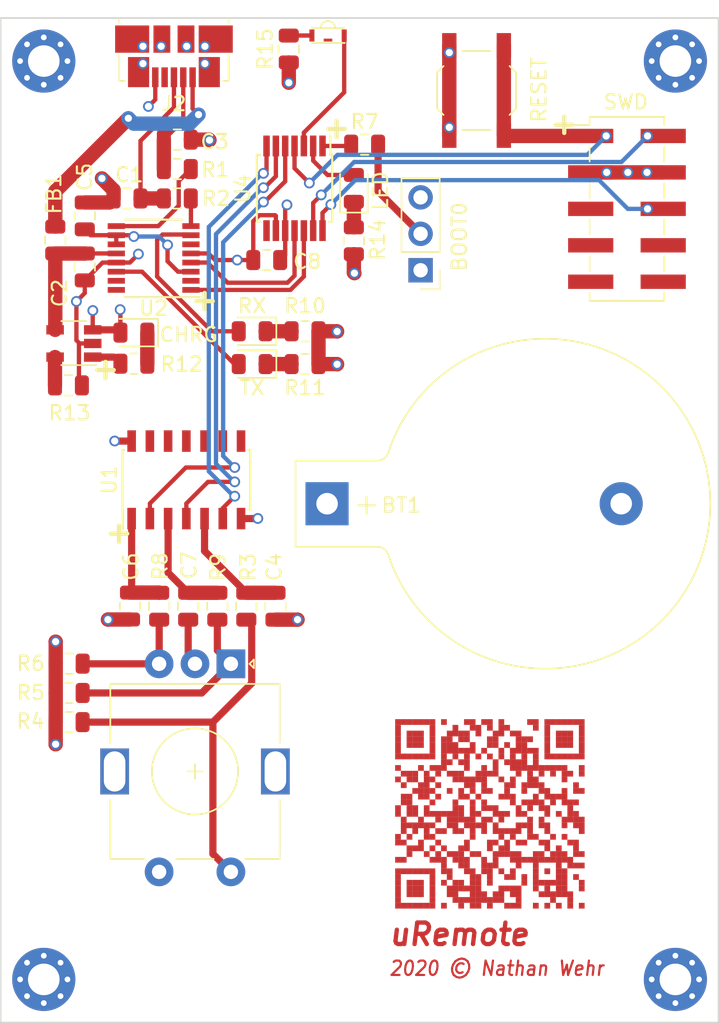
<source format=kicad_pcb>
(kicad_pcb (version 20171130) (host pcbnew "(5.1.6-0-10_14)")
  (layers (0 F.Cu signal) (1 In1.Cu signal hide) (2 In2.Cu signal hide) (31 B.Cu signal) (34 B.Paste user) (35 F.Paste user) (36 B.SilkS user) (37 F.SilkS user) (38 B.Mask user) (39 F.Mask user) (44 Edge.Cuts user))
  (net 0 "")
  (net 1 D+)
  (net 2 VBUS)
  (net 3 D-)
  (net 4 "Net-(C4-Pad1)")
  (net 5 "Net-(C5-Pad1)")
  (net 6 "Net-(C6-Pad2)")
  (net 7 "Net-(C7-Pad1)")
  (net 8 RXLED)
  (net 9 "Net-(D1-Pad1)")
  (net 10 "Net-(D2-Pad1)")
  (net 11 TXLED)
  (net 12 LED)
  (net 13 IRLED)
  (net 14 "Net-(FB1-Pad1)")
  (net 15 "Net-(J2-Pad4)")
  (net 16 "Net-(JP1-Pad2)")
  (net 17 "Net-(R1-Pad1)")
  (net 18 "Net-(R2-Pad2)")
  (net 19 "Net-(R3-Pad1)")
  (net 20 "Net-(R5-Pad2)")
  (net 21 "Net-(R6-Pad2)")
  (net 22 BOOT0)
  (net 23 "Net-(R12-Pad2)")
  (net 24 "Net-(R13-Pad1)")
  (net 25 RST)
  (net 26 RX)
  (net 27 "Net-(U2-Pad2)")
  (net 28 TX)
  (net 29 "Net-(U2-Pad6)")
  (net 30 "Net-(U2-Pad15)")
  (net 31 "Net-(U2-Pad16)")
  (net 32 ChanA)
  (net 33 ChanB)
  (net 34 Button)
  (net 35 "Net-(U4-Pad8)")
  (net 36 SWDIO)
  (net 37 SWCLK)
  (net 38 "Net-(J1-Pad8)")
  (net 39 "Net-(J1-Pad7)")
  (net 40 "Net-(J1-Pad5)")
  (net 41 "Net-(J1-Pad9)")
  (net 42 "Net-(J1-Pad10)")
  (net 43 GND)
  (net 44 VCC)
  (net 45 "Net-(CHRG1-Pad1)")
  (net 46 "Net-(IRLED1-Pad1)")
  (net 47 "Net-(LED1-Pad1)")
  (module Symbol:github_com_nwehr_uRemote (layer F.Cu) (at 54.0766 75.4634)
    (fp_text reference QR***** hide)
    (fp_text value github_com_nwehr_uRemote hide)
    (pad "" smd rect (at 6.4 6.4) (size 0.4 0.4) (layers F.Cu))
    (pad "" smd rect (at 5.6 6.4) (size 0.4 0.4) (layers F.Cu))
    (pad "" smd rect (at 4.8 6.4) (size 0.4 0.4) (layers F.Cu))
    (pad "" smd rect (at 4 6.4) (size 0.4 0.4) (layers F.Cu))
    (pad "" smd rect (at 3.2 6.4) (size 0.4 0.4) (layers F.Cu))
    (pad "" smd rect (at 2 6.4) (size 0.4 0.4) (layers F.Cu))
    (pad "" smd rect (at 1.6 6.4) (size 0.4 0.4) (layers F.Cu))
    (pad "" smd rect (at 1.2 6.4) (size 0.4 0.4) (layers F.Cu))
    (pad "" smd rect (at 0 6.4) (size 0.4 0.4) (layers F.Cu))
    (pad "" smd rect (at -0.8 6.4) (size 0.4 0.4) (layers F.Cu))
    (pad "" smd rect (at -1.2 6.4) (size 0.4 0.4) (layers F.Cu))
    (pad "" smd rect (at -2 6.4) (size 0.4 0.4) (layers F.Cu))
    (pad "" smd rect (at -3.2 6.4) (size 0.4 0.4) (layers F.Cu))
    (pad "" smd rect (at -4 6.4) (size 0.4 0.4) (layers F.Cu))
    (pad "" smd rect (at -4.4 6.4) (size 0.4 0.4) (layers F.Cu))
    (pad "" smd rect (at -4.8 6.4) (size 0.4 0.4) (layers F.Cu))
    (pad "" smd rect (at -5.2 6.4) (size 0.4 0.4) (layers F.Cu))
    (pad "" smd rect (at -5.6 6.4) (size 0.4 0.4) (layers F.Cu))
    (pad "" smd rect (at -6 6.4) (size 0.4 0.4) (layers F.Cu))
    (pad "" smd rect (at -6.4 6.4) (size 0.4 0.4) (layers F.Cu))
    (pad "" smd rect (at 5.6 6) (size 0.4 0.4) (layers F.Cu))
    (pad "" smd rect (at 4.4 6) (size 0.4 0.4) (layers F.Cu))
    (pad "" smd rect (at 2 6) (size 0.4 0.4) (layers F.Cu))
    (pad "" smd rect (at 0.8 6) (size 0.4 0.4) (layers F.Cu))
    (pad "" smd rect (at 0.4 6) (size 0.4 0.4) (layers F.Cu))
    (pad "" smd rect (at 0 6) (size 0.4 0.4) (layers F.Cu))
    (pad "" smd rect (at -0.4 6) (size 0.4 0.4) (layers F.Cu))
    (pad "" smd rect (at -0.8 6) (size 0.4 0.4) (layers F.Cu))
    (pad "" smd rect (at -1.2 6) (size 0.4 0.4) (layers F.Cu))
    (pad "" smd rect (at -1.6 6) (size 0.4 0.4) (layers F.Cu))
    (pad "" smd rect (at -2 6) (size 0.4 0.4) (layers F.Cu))
    (pad "" smd rect (at -2.4 6) (size 0.4 0.4) (layers F.Cu))
    (pad "" smd rect (at -4 6) (size 0.4 0.4) (layers F.Cu))
    (pad "" smd rect (at -6.4 6) (size 0.4 0.4) (layers F.Cu))
    (pad "" smd rect (at 5.6 5.6) (size 0.4 0.4) (layers F.Cu))
    (pad "" smd rect (at 5.2 5.6) (size 0.4 0.4) (layers F.Cu))
    (pad "" smd rect (at 4.8 5.6) (size 0.4 0.4) (layers F.Cu))
    (pad "" smd rect (at 4.4 5.6) (size 0.4 0.4) (layers F.Cu))
    (pad "" smd rect (at 4 5.6) (size 0.4 0.4) (layers F.Cu))
    (pad "" smd rect (at 3.6 5.6) (size 0.4 0.4) (layers F.Cu))
    (pad "" smd rect (at 2 5.6) (size 0.4 0.4) (layers F.Cu))
    (pad "" smd rect (at 1.6 5.6) (size 0.4 0.4) (layers F.Cu))
    (pad "" smd rect (at 0.8 5.6) (size 0.4 0.4) (layers F.Cu))
    (pad "" smd rect (at 0.4 5.6) (size 0.4 0.4) (layers F.Cu))
    (pad "" smd rect (at -0.4 5.6) (size 0.4 0.4) (layers F.Cu))
    (pad "" smd rect (at -0.8 5.6) (size 0.4 0.4) (layers F.Cu))
    (pad "" smd rect (at -1.2 5.6) (size 0.4 0.4) (layers F.Cu))
    (pad "" smd rect (at -2.4 5.6) (size 0.4 0.4) (layers F.Cu))
    (pad "" smd rect (at -2.8 5.6) (size 0.4 0.4) (layers F.Cu))
    (pad "" smd rect (at -4 5.6) (size 0.4 0.4) (layers F.Cu))
    (pad "" smd rect (at -4.8 5.6) (size 0.4 0.4) (layers F.Cu))
    (pad "" smd rect (at -5.2 5.6) (size 0.4 0.4) (layers F.Cu))
    (pad "" smd rect (at -5.6 5.6) (size 0.4 0.4) (layers F.Cu))
    (pad "" smd rect (at -6.4 5.6) (size 0.4 0.4) (layers F.Cu))
    (pad "" smd rect (at 6.4 5.2) (size 0.4 0.4) (layers F.Cu))
    (pad "" smd rect (at 5.2 5.2) (size 0.4 0.4) (layers F.Cu))
    (pad "" smd rect (at 4.8 5.2) (size 0.4 0.4) (layers F.Cu))
    (pad "" smd rect (at 4 5.2) (size 0.4 0.4) (layers F.Cu))
    (pad "" smd rect (at 3.2 5.2) (size 0.4 0.4) (layers F.Cu))
    (pad "" smd rect (at 2 5.2) (size 0.4 0.4) (layers F.Cu))
    (pad "" smd rect (at 1.6 5.2) (size 0.4 0.4) (layers F.Cu))
    (pad "" smd rect (at 1.2 5.2) (size 0.4 0.4) (layers F.Cu))
    (pad "" smd rect (at 0.8 5.2) (size 0.4 0.4) (layers F.Cu))
    (pad "" smd rect (at -0.8 5.2) (size 0.4 0.4) (layers F.Cu))
    (pad "" smd rect (at -1.2 5.2) (size 0.4 0.4) (layers F.Cu))
    (pad "" smd rect (at -1.6 5.2) (size 0.4 0.4) (layers F.Cu))
    (pad "" smd rect (at -2 5.2) (size 0.4 0.4) (layers F.Cu))
    (pad "" smd rect (at -2.4 5.2) (size 0.4 0.4) (layers F.Cu))
    (pad "" smd rect (at -2.8 5.2) (size 0.4 0.4) (layers F.Cu))
    (pad "" smd rect (at -4 5.2) (size 0.4 0.4) (layers F.Cu))
    (pad "" smd rect (at -4.8 5.2) (size 0.4 0.4) (layers F.Cu))
    (pad "" smd rect (at -5.2 5.2) (size 0.4 0.4) (layers F.Cu))
    (pad "" smd rect (at -5.6 5.2) (size 0.4 0.4) (layers F.Cu))
    (pad "" smd rect (at -6.4 5.2) (size 0.4 0.4) (layers F.Cu))
    (pad "" smd rect (at 6.4 4.8) (size 0.4 0.4) (layers F.Cu))
    (pad "" smd rect (at 5.2 4.8) (size 0.4 0.4) (layers F.Cu))
    (pad "" smd rect (at 4.8 4.8) (size 0.4 0.4) (layers F.Cu))
    (pad "" smd rect (at 4.4 4.8) (size 0.4 0.4) (layers F.Cu))
    (pad "" smd rect (at 4 4.8) (size 0.4 0.4) (layers F.Cu))
    (pad "" smd rect (at 3.6 4.8) (size 0.4 0.4) (layers F.Cu))
    (pad "" smd rect (at 3.2 4.8) (size 0.4 0.4) (layers F.Cu))
    (pad "" smd rect (at 2.4 4.8) (size 0.4 0.4) (layers F.Cu))
    (pad "" smd rect (at 0 4.8) (size 0.4 0.4) (layers F.Cu))
    (pad "" smd rect (at -0.8 4.8) (size 0.4 0.4) (layers F.Cu))
    (pad "" smd rect (at -1.2 4.8) (size 0.4 0.4) (layers F.Cu))
    (pad "" smd rect (at -2 4.8) (size 0.4 0.4) (layers F.Cu))
    (pad "" smd rect (at -2.4 4.8) (size 0.4 0.4) (layers F.Cu))
    (pad "" smd rect (at -3.2 4.8) (size 0.4 0.4) (layers F.Cu))
    (pad "" smd rect (at -4 4.8) (size 0.4 0.4) (layers F.Cu))
    (pad "" smd rect (at -4.8 4.8) (size 0.4 0.4) (layers F.Cu))
    (pad "" smd rect (at -5.2 4.8) (size 0.4 0.4) (layers F.Cu))
    (pad "" smd rect (at -5.6 4.8) (size 0.4 0.4) (layers F.Cu))
    (pad "" smd rect (at -6.4 4.8) (size 0.4 0.4) (layers F.Cu))
    (pad "" smd rect (at 6 4.4) (size 0.4 0.4) (layers F.Cu))
    (pad "" smd rect (at 5.2 4.4) (size 0.4 0.4) (layers F.Cu))
    (pad "" smd rect (at 4.8 4.4) (size 0.4 0.4) (layers F.Cu))
    (pad "" smd rect (at 3.2 4.4) (size 0.4 0.4) (layers F.Cu))
    (pad "" smd rect (at 2.4 4.4) (size 0.4 0.4) (layers F.Cu))
    (pad "" smd rect (at 1.6 4.4) (size 0.4 0.4) (layers F.Cu))
    (pad "" smd rect (at 1.2 4.4) (size 0.4 0.4) (layers F.Cu))
    (pad "" smd rect (at 0 4.4) (size 0.4 0.4) (layers F.Cu))
    (pad "" smd rect (at -0.8 4.4) (size 0.4 0.4) (layers F.Cu))
    (pad "" smd rect (at -1.2 4.4) (size 0.4 0.4) (layers F.Cu))
    (pad "" smd rect (at -2.8 4.4) (size 0.4 0.4) (layers F.Cu))
    (pad "" smd rect (at -4 4.4) (size 0.4 0.4) (layers F.Cu))
    (pad "" smd rect (at -6.4 4.4) (size 0.4 0.4) (layers F.Cu))
    (pad "" smd rect (at 5.2 4) (size 0.4 0.4) (layers F.Cu))
    (pad "" smd rect (at 4.8 4) (size 0.4 0.4) (layers F.Cu))
    (pad "" smd rect (at 4 4) (size 0.4 0.4) (layers F.Cu))
    (pad "" smd rect (at 3.2 4) (size 0.4 0.4) (layers F.Cu))
    (pad "" smd rect (at 1.6 4) (size 0.4 0.4) (layers F.Cu))
    (pad "" smd rect (at 0.8 4) (size 0.4 0.4) (layers F.Cu))
    (pad "" smd rect (at 0 4) (size 0.4 0.4) (layers F.Cu))
    (pad "" smd rect (at -0.4 4) (size 0.4 0.4) (layers F.Cu))
    (pad "" smd rect (at -1.2 4) (size 0.4 0.4) (layers F.Cu))
    (pad "" smd rect (at -1.6 4) (size 0.4 0.4) (layers F.Cu))
    (pad "" smd rect (at -2.8 4) (size 0.4 0.4) (layers F.Cu))
    (pad "" smd rect (at -3.2 4) (size 0.4 0.4) (layers F.Cu))
    (pad "" smd rect (at -4 4) (size 0.4 0.4) (layers F.Cu))
    (pad "" smd rect (at -4.4 4) (size 0.4 0.4) (layers F.Cu))
    (pad "" smd rect (at -4.8 4) (size 0.4 0.4) (layers F.Cu))
    (pad "" smd rect (at -5.2 4) (size 0.4 0.4) (layers F.Cu))
    (pad "" smd rect (at -5.6 4) (size 0.4 0.4) (layers F.Cu))
    (pad "" smd rect (at -6 4) (size 0.4 0.4) (layers F.Cu))
    (pad "" smd rect (at -6.4 4) (size 0.4 0.4) (layers F.Cu))
    (pad "" smd rect (at 6.4 3.6) (size 0.4 0.4) (layers F.Cu))
    (pad "" smd rect (at 6 3.6) (size 0.4 0.4) (layers F.Cu))
    (pad "" smd rect (at 5.6 3.6) (size 0.4 0.4) (layers F.Cu))
    (pad "" smd rect (at 4.8 3.6) (size 0.4 0.4) (layers F.Cu))
    (pad "" smd rect (at 3.2 3.6) (size 0.4 0.4) (layers F.Cu))
    (pad "" smd rect (at 2 3.6) (size 0.4 0.4) (layers F.Cu))
    (pad "" smd rect (at 0.4 3.6) (size 0.4 0.4) (layers F.Cu))
    (pad "" smd rect (at 0 3.6) (size 0.4 0.4) (layers F.Cu))
    (pad "" smd rect (at -0.4 3.6) (size 0.4 0.4) (layers F.Cu))
    (pad "" smd rect (at -1.6 3.6) (size 0.4 0.4) (layers F.Cu))
    (pad "" smd rect (at -2 3.6) (size 0.4 0.4) (layers F.Cu))
    (pad "" smd rect (at -3.2 3.6) (size 0.4 0.4) (layers F.Cu))
    (pad "" smd rect (at 5.6 3.2) (size 0.4 0.4) (layers F.Cu))
    (pad "" smd rect (at 5.2 3.2) (size 0.4 0.4) (layers F.Cu))
    (pad "" smd rect (at 4.8 3.2) (size 0.4 0.4) (layers F.Cu))
    (pad "" smd rect (at 4.4 3.2) (size 0.4 0.4) (layers F.Cu))
    (pad "" smd rect (at 4 3.2) (size 0.4 0.4) (layers F.Cu))
    (pad "" smd rect (at 3.6 3.2) (size 0.4 0.4) (layers F.Cu))
    (pad "" smd rect (at 3.2 3.2) (size 0.4 0.4) (layers F.Cu))
    (pad "" smd rect (at 2.8 3.2) (size 0.4 0.4) (layers F.Cu))
    (pad "" smd rect (at 2.4 3.2) (size 0.4 0.4) (layers F.Cu))
    (pad "" smd rect (at 2 3.2) (size 0.4 0.4) (layers F.Cu))
    (pad "" smd rect (at 1.6 3.2) (size 0.4 0.4) (layers F.Cu))
    (pad "" smd rect (at 0.4 3.2) (size 0.4 0.4) (layers F.Cu))
    (pad "" smd rect (at -0.4 3.2) (size 0.4 0.4) (layers F.Cu))
    (pad "" smd rect (at -1.6 3.2) (size 0.4 0.4) (layers F.Cu))
    (pad "" smd rect (at -2 3.2) (size 0.4 0.4) (layers F.Cu))
    (pad "" smd rect (at -2.4 3.2) (size 0.4 0.4) (layers F.Cu))
    (pad "" smd rect (at -3.2 3.2) (size 0.4 0.4) (layers F.Cu))
    (pad "" smd rect (at -3.6 3.2) (size 0.4 0.4) (layers F.Cu))
    (pad "" smd rect (at -4 3.2) (size 0.4 0.4) (layers F.Cu))
    (pad "" smd rect (at -6 3.2) (size 0.4 0.4) (layers F.Cu))
    (pad "" smd rect (at -6.4 3.2) (size 0.4 0.4) (layers F.Cu))
    (pad "" smd rect (at 6.4 2.8) (size 0.4 0.4) (layers F.Cu))
    (pad "" smd rect (at 6 2.8) (size 0.4 0.4) (layers F.Cu))
    (pad "" smd rect (at 5.2 2.8) (size 0.4 0.4) (layers F.Cu))
    (pad "" smd rect (at 4.8 2.8) (size 0.4 0.4) (layers F.Cu))
    (pad "" smd rect (at 4.4 2.8) (size 0.4 0.4) (layers F.Cu))
    (pad "" smd rect (at 3.6 2.8) (size 0.4 0.4) (layers F.Cu))
    (pad "" smd rect (at 3.2 2.8) (size 0.4 0.4) (layers F.Cu))
    (pad "" smd rect (at 2 2.8) (size 0.4 0.4) (layers F.Cu))
    (pad "" smd rect (at 1.6 2.8) (size 0.4 0.4) (layers F.Cu))
    (pad "" smd rect (at 1.2 2.8) (size 0.4 0.4) (layers F.Cu))
    (pad "" smd rect (at 0.8 2.8) (size 0.4 0.4) (layers F.Cu))
    (pad "" smd rect (at 0.4 2.8) (size 0.4 0.4) (layers F.Cu))
    (pad "" smd rect (at -0.8 2.8) (size 0.4 0.4) (layers F.Cu))
    (pad "" smd rect (at -1.2 2.8) (size 0.4 0.4) (layers F.Cu))
    (pad "" smd rect (at -2 2.8) (size 0.4 0.4) (layers F.Cu))
    (pad "" smd rect (at -2.4 2.8) (size 0.4 0.4) (layers F.Cu))
    (pad "" smd rect (at -2.8 2.8) (size 0.4 0.4) (layers F.Cu))
    (pad "" smd rect (at -3.6 2.8) (size 0.4 0.4) (layers F.Cu))
    (pad "" smd rect (at -4.4 2.8) (size 0.4 0.4) (layers F.Cu))
    (pad "" smd rect (at -5.6 2.8) (size 0.4 0.4) (layers F.Cu))
    (pad "" smd rect (at 6 2.4) (size 0.4 0.4) (layers F.Cu))
    (pad "" smd rect (at 4.8 2.4) (size 0.4 0.4) (layers F.Cu))
    (pad "" smd rect (at 4 2.4) (size 0.4 0.4) (layers F.Cu))
    (pad "" smd rect (at 1.2 2.4) (size 0.4 0.4) (layers F.Cu))
    (pad "" smd rect (at 0.8 2.4) (size 0.4 0.4) (layers F.Cu))
    (pad "" smd rect (at 0 2.4) (size 0.4 0.4) (layers F.Cu))
    (pad "" smd rect (at -1.6 2.4) (size 0.4 0.4) (layers F.Cu))
    (pad "" smd rect (at -2 2.4) (size 0.4 0.4) (layers F.Cu))
    (pad "" smd rect (at -3.2 2.4) (size 0.4 0.4) (layers F.Cu))
    (pad "" smd rect (at -4 2.4) (size 0.4 0.4) (layers F.Cu))
    (pad "" smd rect (at -4.8 2.4) (size 0.4 0.4) (layers F.Cu))
    (pad "" smd rect (at -5.2 2.4) (size 0.4 0.4) (layers F.Cu))
    (pad "" smd rect (at -5.6 2.4) (size 0.4 0.4) (layers F.Cu))
    (pad "" smd rect (at 6 2) (size 0.4 0.4) (layers F.Cu))
    (pad "" smd rect (at 5.6 2) (size 0.4 0.4) (layers F.Cu))
    (pad "" smd rect (at 4 2) (size 0.4 0.4) (layers F.Cu))
    (pad "" smd rect (at 3.6 2) (size 0.4 0.4) (layers F.Cu))
    (pad "" smd rect (at 2.4 2) (size 0.4 0.4) (layers F.Cu))
    (pad "" smd rect (at 2 2) (size 0.4 0.4) (layers F.Cu))
    (pad "" smd rect (at 1.2 2) (size 0.4 0.4) (layers F.Cu))
    (pad "" smd rect (at 0.4 2) (size 0.4 0.4) (layers F.Cu))
    (pad "" smd rect (at 0 2) (size 0.4 0.4) (layers F.Cu))
    (pad "" smd rect (at -1.6 2) (size 0.4 0.4) (layers F.Cu))
    (pad "" smd rect (at -3.6 2) (size 0.4 0.4) (layers F.Cu))
    (pad "" smd rect (at -4.8 2) (size 0.4 0.4) (layers F.Cu))
    (pad "" smd rect (at -6 2) (size 0.4 0.4) (layers F.Cu))
    (pad "" smd rect (at -6.4 2) (size 0.4 0.4) (layers F.Cu))
    (pad "" smd rect (at 5.2 1.6) (size 0.4 0.4) (layers F.Cu))
    (pad "" smd rect (at 4.4 1.6) (size 0.4 0.4) (layers F.Cu))
    (pad "" smd rect (at 3.2 1.6) (size 0.4 0.4) (layers F.Cu))
    (pad "" smd rect (at 2.8 1.6) (size 0.4 0.4) (layers F.Cu))
    (pad "" smd rect (at 1.6 1.6) (size 0.4 0.4) (layers F.Cu))
    (pad "" smd rect (at 0.8 1.6) (size 0.4 0.4) (layers F.Cu))
    (pad "" smd rect (at -1.2 1.6) (size 0.4 0.4) (layers F.Cu))
    (pad "" smd rect (at -4 1.6) (size 0.4 0.4) (layers F.Cu))
    (pad "" smd rect (at -4.4 1.6) (size 0.4 0.4) (layers F.Cu))
    (pad "" smd rect (at -5.6 1.6) (size 0.4 0.4) (layers F.Cu))
    (pad "" smd rect (at -6.4 1.6) (size 0.4 0.4) (layers F.Cu))
    (pad "" smd rect (at 6.4 1.2) (size 0.4 0.4) (layers F.Cu))
    (pad "" smd rect (at 4 1.2) (size 0.4 0.4) (layers F.Cu))
    (pad "" smd rect (at 2.8 1.2) (size 0.4 0.4) (layers F.Cu))
    (pad "" smd rect (at 2 1.2) (size 0.4 0.4) (layers F.Cu))
    (pad "" smd rect (at 1.6 1.2) (size 0.4 0.4) (layers F.Cu))
    (pad "" smd rect (at 1.2 1.2) (size 0.4 0.4) (layers F.Cu))
    (pad "" smd rect (at 0.8 1.2) (size 0.4 0.4) (layers F.Cu))
    (pad "" smd rect (at 0.4 1.2) (size 0.4 0.4) (layers F.Cu))
    (pad "" smd rect (at -0.4 1.2) (size 0.4 0.4) (layers F.Cu))
    (pad "" smd rect (at -1.2 1.2) (size 0.4 0.4) (layers F.Cu))
    (pad "" smd rect (at -2 1.2) (size 0.4 0.4) (layers F.Cu))
    (pad "" smd rect (at -2.4 1.2) (size 0.4 0.4) (layers F.Cu))
    (pad "" smd rect (at -3.2 1.2) (size 0.4 0.4) (layers F.Cu))
    (pad "" smd rect (at -3.6 1.2) (size 0.4 0.4) (layers F.Cu))
    (pad "" smd rect (at -4.4 1.2) (size 0.4 0.4) (layers F.Cu))
    (pad "" smd rect (at -5.2 1.2) (size 0.4 0.4) (layers F.Cu))
    (pad "" smd rect (at -6 1.2) (size 0.4 0.4) (layers F.Cu))
    (pad "" smd rect (at 6.4 0.8) (size 0.4 0.4) (layers F.Cu))
    (pad "" smd rect (at 6 0.8) (size 0.4 0.4) (layers F.Cu))
    (pad "" smd rect (at 5.2 0.8) (size 0.4 0.4) (layers F.Cu))
    (pad "" smd rect (at 4 0.8) (size 0.4 0.4) (layers F.Cu))
    (pad "" smd rect (at 3.6 0.8) (size 0.4 0.4) (layers F.Cu))
    (pad "" smd rect (at 2.8 0.8) (size 0.4 0.4) (layers F.Cu))
    (pad "" smd rect (at 2.4 0.8) (size 0.4 0.4) (layers F.Cu))
    (pad "" smd rect (at 2 0.8) (size 0.4 0.4) (layers F.Cu))
    (pad "" smd rect (at 0.4 0.8) (size 0.4 0.4) (layers F.Cu))
    (pad "" smd rect (at -0.4 0.8) (size 0.4 0.4) (layers F.Cu))
    (pad "" smd rect (at -0.8 0.8) (size 0.4 0.4) (layers F.Cu))
    (pad "" smd rect (at -1.2 0.8) (size 0.4 0.4) (layers F.Cu))
    (pad "" smd rect (at -1.6 0.8) (size 0.4 0.4) (layers F.Cu))
    (pad "" smd rect (at -2.4 0.8) (size 0.4 0.4) (layers F.Cu))
    (pad "" smd rect (at -2.8 0.8) (size 0.4 0.4) (layers F.Cu))
    (pad "" smd rect (at -4 0.8) (size 0.4 0.4) (layers F.Cu))
    (pad "" smd rect (at -4.4 0.8) (size 0.4 0.4) (layers F.Cu))
    (pad "" smd rect (at -4.8 0.8) (size 0.4 0.4) (layers F.Cu))
    (pad "" smd rect (at -5.2 0.8) (size 0.4 0.4) (layers F.Cu))
    (pad "" smd rect (at -5.6 0.8) (size 0.4 0.4) (layers F.Cu))
    (pad "" smd rect (at -6 0.8) (size 0.4 0.4) (layers F.Cu))
    (pad "" smd rect (at 6.4 0.4) (size 0.4 0.4) (layers F.Cu))
    (pad "" smd rect (at 6 0.4) (size 0.4 0.4) (layers F.Cu))
    (pad "" smd rect (at 5.6 0.4) (size 0.4 0.4) (layers F.Cu))
    (pad "" smd rect (at 5.2 0.4) (size 0.4 0.4) (layers F.Cu))
    (pad "" smd rect (at 3.6 0.4) (size 0.4 0.4) (layers F.Cu))
    (pad "" smd rect (at 2.8 0.4) (size 0.4 0.4) (layers F.Cu))
    (pad "" smd rect (at 0.8 0.4) (size 0.4 0.4) (layers F.Cu))
    (pad "" smd rect (at 0 0.4) (size 0.4 0.4) (layers F.Cu))
    (pad "" smd rect (at -0.4 0.4) (size 0.4 0.4) (layers F.Cu))
    (pad "" smd rect (at -1.2 0.4) (size 0.4 0.4) (layers F.Cu))
    (pad "" smd rect (at -1.6 0.4) (size 0.4 0.4) (layers F.Cu))
    (pad "" smd rect (at -2 0.4) (size 0.4 0.4) (layers F.Cu))
    (pad "" smd rect (at -2.4 0.4) (size 0.4 0.4) (layers F.Cu))
    (pad "" smd rect (at -2.8 0.4) (size 0.4 0.4) (layers F.Cu))
    (pad "" smd rect (at -3.6 0.4) (size 0.4 0.4) (layers F.Cu))
    (pad "" smd rect (at -4.8 0.4) (size 0.4 0.4) (layers F.Cu))
    (pad "" smd rect (at -6 0.4) (size 0.4 0.4) (layers F.Cu))
    (pad "" smd rect (at 6 0) (size 0.4 0.4) (layers F.Cu))
    (pad "" smd rect (at 5.6 0) (size 0.4 0.4) (layers F.Cu))
    (pad "" smd rect (at 4.8 0) (size 0.4 0.4) (layers F.Cu))
    (pad "" smd rect (at 4 0) (size 0.4 0.4) (layers F.Cu))
    (pad "" smd rect (at 2.4 0) (size 0.4 0.4) (layers F.Cu))
    (pad "" smd rect (at 2 0) (size 0.4 0.4) (layers F.Cu))
    (pad "" smd rect (at 1.2 0) (size 0.4 0.4) (layers F.Cu))
    (pad "" smd rect (at 0.8 0) (size 0.4 0.4) (layers F.Cu))
    (pad "" smd rect (at 0.4 0) (size 0.4 0.4) (layers F.Cu))
    (pad "" smd rect (at -0.8 0) (size 0.4 0.4) (layers F.Cu))
    (pad "" smd rect (at -1.2 0) (size 0.4 0.4) (layers F.Cu))
    (pad "" smd rect (at -2 0) (size 0.4 0.4) (layers F.Cu))
    (pad "" smd rect (at -2.4 0) (size 0.4 0.4) (layers F.Cu))
    (pad "" smd rect (at -2.8 0) (size 0.4 0.4) (layers F.Cu))
    (pad "" smd rect (at -3.2 0) (size 0.4 0.4) (layers F.Cu))
    (pad "" smd rect (at -3.6 0) (size 0.4 0.4) (layers F.Cu))
    (pad "" smd rect (at -4 0) (size 0.4 0.4) (layers F.Cu))
    (pad "" smd rect (at -4.4 0) (size 0.4 0.4) (layers F.Cu))
    (pad "" smd rect (at -5.2 0) (size 0.4 0.4) (layers F.Cu))
    (pad "" smd rect (at -5.6 0) (size 0.4 0.4) (layers F.Cu))
    (pad "" smd rect (at -6.4 0) (size 0.4 0.4) (layers F.Cu))
    (pad "" smd rect (at 5.6 -0.4) (size 0.4 0.4) (layers F.Cu))
    (pad "" smd rect (at 4 -0.4) (size 0.4 0.4) (layers F.Cu))
    (pad "" smd rect (at 3.6 -0.4) (size 0.4 0.4) (layers F.Cu))
    (pad "" smd rect (at 2.8 -0.4) (size 0.4 0.4) (layers F.Cu))
    (pad "" smd rect (at 2 -0.4) (size 0.4 0.4) (layers F.Cu))
    (pad "" smd rect (at 0.4 -0.4) (size 0.4 0.4) (layers F.Cu))
    (pad "" smd rect (at 0 -0.4) (size 0.4 0.4) (layers F.Cu))
    (pad "" smd rect (at -0.4 -0.4) (size 0.4 0.4) (layers F.Cu))
    (pad "" smd rect (at -1.2 -0.4) (size 0.4 0.4) (layers F.Cu))
    (pad "" smd rect (at -2 -0.4) (size 0.4 0.4) (layers F.Cu))
    (pad "" smd rect (at -2.4 -0.4) (size 0.4 0.4) (layers F.Cu))
    (pad "" smd rect (at -4.4 -0.4) (size 0.4 0.4) (layers F.Cu))
    (pad "" smd rect (at -5.2 -0.4) (size 0.4 0.4) (layers F.Cu))
    (pad "" smd rect (at -5.6 -0.4) (size 0.4 0.4) (layers F.Cu))
    (pad "" smd rect (at -6.4 -0.4) (size 0.4 0.4) (layers F.Cu))
    (pad "" smd rect (at 6 -0.8) (size 0.4 0.4) (layers F.Cu))
    (pad "" smd rect (at 5.6 -0.8) (size 0.4 0.4) (layers F.Cu))
    (pad "" smd rect (at 5.2 -0.8) (size 0.4 0.4) (layers F.Cu))
    (pad "" smd rect (at 4.4 -0.8) (size 0.4 0.4) (layers F.Cu))
    (pad "" smd rect (at 3.6 -0.8) (size 0.4 0.4) (layers F.Cu))
    (pad "" smd rect (at 3.2 -0.8) (size 0.4 0.4) (layers F.Cu))
    (pad "" smd rect (at 2.8 -0.8) (size 0.4 0.4) (layers F.Cu))
    (pad "" smd rect (at 2.4 -0.8) (size 0.4 0.4) (layers F.Cu))
    (pad "" smd rect (at 1.6 -0.8) (size 0.4 0.4) (layers F.Cu))
    (pad "" smd rect (at -0.4 -0.8) (size 0.4 0.4) (layers F.Cu))
    (pad "" smd rect (at -1.2 -0.8) (size 0.4 0.4) (layers F.Cu))
    (pad "" smd rect (at -2.4 -0.8) (size 0.4 0.4) (layers F.Cu))
    (pad "" smd rect (at -4 -0.8) (size 0.4 0.4) (layers F.Cu))
    (pad "" smd rect (at -5.6 -0.8) (size 0.4 0.4) (layers F.Cu))
    (pad "" smd rect (at -6 -0.8) (size 0.4 0.4) (layers F.Cu))
    (pad "" smd rect (at 5.2 -1.2) (size 0.4 0.4) (layers F.Cu))
    (pad "" smd rect (at 4.8 -1.2) (size 0.4 0.4) (layers F.Cu))
    (pad "" smd rect (at 4.4 -1.2) (size 0.4 0.4) (layers F.Cu))
    (pad "" smd rect (at 4 -1.2) (size 0.4 0.4) (layers F.Cu))
    (pad "" smd rect (at 3.2 -1.2) (size 0.4 0.4) (layers F.Cu))
    (pad "" smd rect (at 1.6 -1.2) (size 0.4 0.4) (layers F.Cu))
    (pad "" smd rect (at 1.2 -1.2) (size 0.4 0.4) (layers F.Cu))
    (pad "" smd rect (at 0.8 -1.2) (size 0.4 0.4) (layers F.Cu))
    (pad "" smd rect (at -0.8 -1.2) (size 0.4 0.4) (layers F.Cu))
    (pad "" smd rect (at -1.6 -1.2) (size 0.4 0.4) (layers F.Cu))
    (pad "" smd rect (at -2 -1.2) (size 0.4 0.4) (layers F.Cu))
    (pad "" smd rect (at -3.6 -1.2) (size 0.4 0.4) (layers F.Cu))
    (pad "" smd rect (at -4.4 -1.2) (size 0.4 0.4) (layers F.Cu))
    (pad "" smd rect (at -4.8 -1.2) (size 0.4 0.4) (layers F.Cu))
    (pad "" smd rect (at -5.6 -1.2) (size 0.4 0.4) (layers F.Cu))
    (pad "" smd rect (at -6 -1.2) (size 0.4 0.4) (layers F.Cu))
    (pad "" smd rect (at 6.4 -1.6) (size 0.4 0.4) (layers F.Cu))
    (pad "" smd rect (at 6 -1.6) (size 0.4 0.4) (layers F.Cu))
    (pad "" smd rect (at 5.2 -1.6) (size 0.4 0.4) (layers F.Cu))
    (pad "" smd rect (at 4 -1.6) (size 0.4 0.4) (layers F.Cu))
    (pad "" smd rect (at 3.6 -1.6) (size 0.4 0.4) (layers F.Cu))
    (pad "" smd rect (at 2.4 -1.6) (size 0.4 0.4) (layers F.Cu))
    (pad "" smd rect (at 1.2 -1.6) (size 0.4 0.4) (layers F.Cu))
    (pad "" smd rect (at 0 -1.6) (size 0.4 0.4) (layers F.Cu))
    (pad "" smd rect (at -0.4 -1.6) (size 0.4 0.4) (layers F.Cu))
    (pad "" smd rect (at -1.2 -1.6) (size 0.4 0.4) (layers F.Cu))
    (pad "" smd rect (at -2 -1.6) (size 0.4 0.4) (layers F.Cu))
    (pad "" smd rect (at -2.8 -1.6) (size 0.4 0.4) (layers F.Cu))
    (pad "" smd rect (at -4 -1.6) (size 0.4 0.4) (layers F.Cu))
    (pad "" smd rect (at -4.4 -1.6) (size 0.4 0.4) (layers F.Cu))
    (pad "" smd rect (at -4.8 -1.6) (size 0.4 0.4) (layers F.Cu))
    (pad "" smd rect (at -5.2 -1.6) (size 0.4 0.4) (layers F.Cu))
    (pad "" smd rect (at 6 -2) (size 0.4 0.4) (layers F.Cu))
    (pad "" smd rect (at 3.6 -2) (size 0.4 0.4) (layers F.Cu))
    (pad "" smd rect (at 3.2 -2) (size 0.4 0.4) (layers F.Cu))
    (pad "" smd rect (at 2.8 -2) (size 0.4 0.4) (layers F.Cu))
    (pad "" smd rect (at 2.4 -2) (size 0.4 0.4) (layers F.Cu))
    (pad "" smd rect (at 1.6 -2) (size 0.4 0.4) (layers F.Cu))
    (pad "" smd rect (at 1.2 -2) (size 0.4 0.4) (layers F.Cu))
    (pad "" smd rect (at -0.4 -2) (size 0.4 0.4) (layers F.Cu))
    (pad "" smd rect (at -1.2 -2) (size 0.4 0.4) (layers F.Cu))
    (pad "" smd rect (at -1.6 -2) (size 0.4 0.4) (layers F.Cu))
    (pad "" smd rect (at -3.6 -2) (size 0.4 0.4) (layers F.Cu))
    (pad "" smd rect (at -4.4 -2) (size 0.4 0.4) (layers F.Cu))
    (pad "" smd rect (at -4.8 -2) (size 0.4 0.4) (layers F.Cu))
    (pad "" smd rect (at -6 -2) (size 0.4 0.4) (layers F.Cu))
    (pad "" smd rect (at 5.2 -2.4) (size 0.4 0.4) (layers F.Cu))
    (pad "" smd rect (at 3.2 -2.4) (size 0.4 0.4) (layers F.Cu))
    (pad "" smd rect (at 2.8 -2.4) (size 0.4 0.4) (layers F.Cu))
    (pad "" smd rect (at 1.6 -2.4) (size 0.4 0.4) (layers F.Cu))
    (pad "" smd rect (at 0.8 -2.4) (size 0.4 0.4) (layers F.Cu))
    (pad "" smd rect (at -0.4 -2.4) (size 0.4 0.4) (layers F.Cu))
    (pad "" smd rect (at -0.8 -2.4) (size 0.4 0.4) (layers F.Cu))
    (pad "" smd rect (at -1.2 -2.4) (size 0.4 0.4) (layers F.Cu))
    (pad "" smd rect (at -1.6 -2.4) (size 0.4 0.4) (layers F.Cu))
    (pad "" smd rect (at -2 -2.4) (size 0.4 0.4) (layers F.Cu))
    (pad "" smd rect (at -2.4 -2.4) (size 0.4 0.4) (layers F.Cu))
    (pad "" smd rect (at -4 -2.4) (size 0.4 0.4) (layers F.Cu))
    (pad "" smd rect (at -4.4 -2.4) (size 0.4 0.4) (layers F.Cu))
    (pad "" smd rect (at -5.2 -2.4) (size 0.4 0.4) (layers F.Cu))
    (pad "" smd rect (at -5.6 -2.4) (size 0.4 0.4) (layers F.Cu))
    (pad "" smd rect (at -6.4 -2.4) (size 0.4 0.4) (layers F.Cu))
    (pad "" smd rect (at 6.4 -2.8) (size 0.4 0.4) (layers F.Cu))
    (pad "" smd rect (at 5.6 -2.8) (size 0.4 0.4) (layers F.Cu))
    (pad "" smd rect (at 5.2 -2.8) (size 0.4 0.4) (layers F.Cu))
    (pad "" smd rect (at 4.4 -2.8) (size 0.4 0.4) (layers F.Cu))
    (pad "" smd rect (at 3.6 -2.8) (size 0.4 0.4) (layers F.Cu))
    (pad "" smd rect (at 2.8 -2.8) (size 0.4 0.4) (layers F.Cu))
    (pad "" smd rect (at 2 -2.8) (size 0.4 0.4) (layers F.Cu))
    (pad "" smd rect (at 0.4 -2.8) (size 0.4 0.4) (layers F.Cu))
    (pad "" smd rect (at 0 -2.8) (size 0.4 0.4) (layers F.Cu))
    (pad "" smd rect (at -0.4 -2.8) (size 0.4 0.4) (layers F.Cu))
    (pad "" smd rect (at -0.8 -2.8) (size 0.4 0.4) (layers F.Cu))
    (pad "" smd rect (at -2 -2.8) (size 0.4 0.4) (layers F.Cu))
    (pad "" smd rect (at -2.4 -2.8) (size 0.4 0.4) (layers F.Cu))
    (pad "" smd rect (at -2.8 -2.8) (size 0.4 0.4) (layers F.Cu))
    (pad "" smd rect (at -3.6 -2.8) (size 0.4 0.4) (layers F.Cu))
    (pad "" smd rect (at -4.4 -2.8) (size 0.4 0.4) (layers F.Cu))
    (pad "" smd rect (at -5.2 -2.8) (size 0.4 0.4) (layers F.Cu))
    (pad "" smd rect (at -5.6 -2.8) (size 0.4 0.4) (layers F.Cu))
    (pad "" smd rect (at -6 -2.8) (size 0.4 0.4) (layers F.Cu))
    (pad "" smd rect (at 6.4 -3.2) (size 0.4 0.4) (layers F.Cu))
    (pad "" smd rect (at 5.2 -3.2) (size 0.4 0.4) (layers F.Cu))
    (pad "" smd rect (at 4.8 -3.2) (size 0.4 0.4) (layers F.Cu))
    (pad "" smd rect (at 4.4 -3.2) (size 0.4 0.4) (layers F.Cu))
    (pad "" smd rect (at 4 -3.2) (size 0.4 0.4) (layers F.Cu))
    (pad "" smd rect (at 3.6 -3.2) (size 0.4 0.4) (layers F.Cu))
    (pad "" smd rect (at 3.2 -3.2) (size 0.4 0.4) (layers F.Cu))
    (pad "" smd rect (at 2.8 -3.2) (size 0.4 0.4) (layers F.Cu))
    (pad "" smd rect (at 2.4 -3.2) (size 0.4 0.4) (layers F.Cu))
    (pad "" smd rect (at 2 -3.2) (size 0.4 0.4) (layers F.Cu))
    (pad "" smd rect (at 1.6 -3.2) (size 0.4 0.4) (layers F.Cu))
    (pad "" smd rect (at 0.4 -3.2) (size 0.4 0.4) (layers F.Cu))
    (pad "" smd rect (at -0.4 -3.2) (size 0.4 0.4) (layers F.Cu))
    (pad "" smd rect (at -1.6 -3.2) (size 0.4 0.4) (layers F.Cu))
    (pad "" smd rect (at -3.2 -3.2) (size 0.4 0.4) (layers F.Cu))
    (pad "" smd rect (at -3.6 -3.2) (size 0.4 0.4) (layers F.Cu))
    (pad "" smd rect (at -4 -3.2) (size 0.4 0.4) (layers F.Cu))
    (pad "" smd rect (at -4.8 -3.2) (size 0.4 0.4) (layers F.Cu))
    (pad "" smd rect (at -6.4 -3.2) (size 0.4 0.4) (layers F.Cu))
    (pad "" smd rect (at 3.2 -3.6) (size 0.4 0.4) (layers F.Cu))
    (pad "" smd rect (at 2.4 -3.6) (size 0.4 0.4) (layers F.Cu))
    (pad "" smd rect (at 2 -3.6) (size 0.4 0.4) (layers F.Cu))
    (pad "" smd rect (at 1.6 -3.6) (size 0.4 0.4) (layers F.Cu))
    (pad "" smd rect (at 1.2 -3.6) (size 0.4 0.4) (layers F.Cu))
    (pad "" smd rect (at 0.4 -3.6) (size 0.4 0.4) (layers F.Cu))
    (pad "" smd rect (at -1.6 -3.6) (size 0.4 0.4) (layers F.Cu))
    (pad "" smd rect (at -2 -3.6) (size 0.4 0.4) (layers F.Cu))
    (pad "" smd rect (at -2.8 -3.6) (size 0.4 0.4) (layers F.Cu))
    (pad "" smd rect (at -3.2 -3.6) (size 0.4 0.4) (layers F.Cu))
    (pad "" smd rect (at 6.4 -4) (size 0.4 0.4) (layers F.Cu))
    (pad "" smd rect (at 6 -4) (size 0.4 0.4) (layers F.Cu))
    (pad "" smd rect (at 5.6 -4) (size 0.4 0.4) (layers F.Cu))
    (pad "" smd rect (at 5.2 -4) (size 0.4 0.4) (layers F.Cu))
    (pad "" smd rect (at 4.8 -4) (size 0.4 0.4) (layers F.Cu))
    (pad "" smd rect (at 4.4 -4) (size 0.4 0.4) (layers F.Cu))
    (pad "" smd rect (at 4 -4) (size 0.4 0.4) (layers F.Cu))
    (pad "" smd rect (at 3.2 -4) (size 0.4 0.4) (layers F.Cu))
    (pad "" smd rect (at 2.4 -4) (size 0.4 0.4) (layers F.Cu))
    (pad "" smd rect (at 1.6 -4) (size 0.4 0.4) (layers F.Cu))
    (pad "" smd rect (at 0.8 -4) (size 0.4 0.4) (layers F.Cu))
    (pad "" smd rect (at 0 -4) (size 0.4 0.4) (layers F.Cu))
    (pad "" smd rect (at -0.8 -4) (size 0.4 0.4) (layers F.Cu))
    (pad "" smd rect (at -1.6 -4) (size 0.4 0.4) (layers F.Cu))
    (pad "" smd rect (at -2.4 -4) (size 0.4 0.4) (layers F.Cu))
    (pad "" smd rect (at -3.2 -4) (size 0.4 0.4) (layers F.Cu))
    (pad "" smd rect (at -4 -4) (size 0.4 0.4) (layers F.Cu))
    (pad "" smd rect (at -4.4 -4) (size 0.4 0.4) (layers F.Cu))
    (pad "" smd rect (at -4.8 -4) (size 0.4 0.4) (layers F.Cu))
    (pad "" smd rect (at -5.2 -4) (size 0.4 0.4) (layers F.Cu))
    (pad "" smd rect (at -5.6 -4) (size 0.4 0.4) (layers F.Cu))
    (pad "" smd rect (at -6 -4) (size 0.4 0.4) (layers F.Cu))
    (pad "" smd rect (at -6.4 -4) (size 0.4 0.4) (layers F.Cu))
    (pad "" smd rect (at 6.4 -4.4) (size 0.4 0.4) (layers F.Cu))
    (pad "" smd rect (at 4 -4.4) (size 0.4 0.4) (layers F.Cu))
    (pad "" smd rect (at 3.2 -4.4) (size 0.4 0.4) (layers F.Cu))
    (pad "" smd rect (at 2.8 -4.4) (size 0.4 0.4) (layers F.Cu))
    (pad "" smd rect (at 2.4 -4.4) (size 0.4 0.4) (layers F.Cu))
    (pad "" smd rect (at 2 -4.4) (size 0.4 0.4) (layers F.Cu))
    (pad "" smd rect (at 1.6 -4.4) (size 0.4 0.4) (layers F.Cu))
    (pad "" smd rect (at 0.8 -4.4) (size 0.4 0.4) (layers F.Cu))
    (pad "" smd rect (at -0.4 -4.4) (size 0.4 0.4) (layers F.Cu))
    (pad "" smd rect (at -1.2 -4.4) (size 0.4 0.4) (layers F.Cu))
    (pad "" smd rect (at -1.6 -4.4) (size 0.4 0.4) (layers F.Cu))
    (pad "" smd rect (at -2 -4.4) (size 0.4 0.4) (layers F.Cu))
    (pad "" smd rect (at -2.4 -4.4) (size 0.4 0.4) (layers F.Cu))
    (pad "" smd rect (at -2.8 -4.4) (size 0.4 0.4) (layers F.Cu))
    (pad "" smd rect (at -3.2 -4.4) (size 0.4 0.4) (layers F.Cu))
    (pad "" smd rect (at -4 -4.4) (size 0.4 0.4) (layers F.Cu))
    (pad "" smd rect (at -6.4 -4.4) (size 0.4 0.4) (layers F.Cu))
    (pad "" smd rect (at 6.4 -4.8) (size 0.4 0.4) (layers F.Cu))
    (pad "" smd rect (at 5.6 -4.8) (size 0.4 0.4) (layers F.Cu))
    (pad "" smd rect (at 5.2 -4.8) (size 0.4 0.4) (layers F.Cu))
    (pad "" smd rect (at 4.8 -4.8) (size 0.4 0.4) (layers F.Cu))
    (pad "" smd rect (at 4 -4.8) (size 0.4 0.4) (layers F.Cu))
    (pad "" smd rect (at 2.4 -4.8) (size 0.4 0.4) (layers F.Cu))
    (pad "" smd rect (at 2 -4.8) (size 0.4 0.4) (layers F.Cu))
    (pad "" smd rect (at 1.2 -4.8) (size 0.4 0.4) (layers F.Cu))
    (pad "" smd rect (at 0.4 -4.8) (size 0.4 0.4) (layers F.Cu))
    (pad "" smd rect (at 0 -4.8) (size 0.4 0.4) (layers F.Cu))
    (pad "" smd rect (at -1.2 -4.8) (size 0.4 0.4) (layers F.Cu))
    (pad "" smd rect (at -2.4 -4.8) (size 0.4 0.4) (layers F.Cu))
    (pad "" smd rect (at -2.8 -4.8) (size 0.4 0.4) (layers F.Cu))
    (pad "" smd rect (at -3.2 -4.8) (size 0.4 0.4) (layers F.Cu))
    (pad "" smd rect (at -4 -4.8) (size 0.4 0.4) (layers F.Cu))
    (pad "" smd rect (at -4.8 -4.8) (size 0.4 0.4) (layers F.Cu))
    (pad "" smd rect (at -5.2 -4.8) (size 0.4 0.4) (layers F.Cu))
    (pad "" smd rect (at -5.6 -4.8) (size 0.4 0.4) (layers F.Cu))
    (pad "" smd rect (at -6.4 -4.8) (size 0.4 0.4) (layers F.Cu))
    (pad "" smd rect (at 6.4 -5.2) (size 0.4 0.4) (layers F.Cu))
    (pad "" smd rect (at 5.6 -5.2) (size 0.4 0.4) (layers F.Cu))
    (pad "" smd rect (at 5.2 -5.2) (size 0.4 0.4) (layers F.Cu))
    (pad "" smd rect (at 4.8 -5.2) (size 0.4 0.4) (layers F.Cu))
    (pad "" smd rect (at 4 -5.2) (size 0.4 0.4) (layers F.Cu))
    (pad "" smd rect (at 2.8 -5.2) (size 0.4 0.4) (layers F.Cu))
    (pad "" smd rect (at 2.4 -5.2) (size 0.4 0.4) (layers F.Cu))
    (pad "" smd rect (at 2 -5.2) (size 0.4 0.4) (layers F.Cu))
    (pad "" smd rect (at 0.4 -5.2) (size 0.4 0.4) (layers F.Cu))
    (pad "" smd rect (at 0 -5.2) (size 0.4 0.4) (layers F.Cu))
    (pad "" smd rect (at -1.6 -5.2) (size 0.4 0.4) (layers F.Cu))
    (pad "" smd rect (at -2 -5.2) (size 0.4 0.4) (layers F.Cu))
    (pad "" smd rect (at -2.8 -5.2) (size 0.4 0.4) (layers F.Cu))
    (pad "" smd rect (at -3.2 -5.2) (size 0.4 0.4) (layers F.Cu))
    (pad "" smd rect (at -4 -5.2) (size 0.4 0.4) (layers F.Cu))
    (pad "" smd rect (at -4.8 -5.2) (size 0.4 0.4) (layers F.Cu))
    (pad "" smd rect (at -5.2 -5.2) (size 0.4 0.4) (layers F.Cu))
    (pad "" smd rect (at -5.6 -5.2) (size 0.4 0.4) (layers F.Cu))
    (pad "" smd rect (at -6.4 -5.2) (size 0.4 0.4) (layers F.Cu))
    (pad "" smd rect (at 6.4 -5.6) (size 0.4 0.4) (layers F.Cu))
    (pad "" smd rect (at 5.6 -5.6) (size 0.4 0.4) (layers F.Cu))
    (pad "" smd rect (at 5.2 -5.6) (size 0.4 0.4) (layers F.Cu))
    (pad "" smd rect (at 4.8 -5.6) (size 0.4 0.4) (layers F.Cu))
    (pad "" smd rect (at 4 -5.6) (size 0.4 0.4) (layers F.Cu))
    (pad "" smd rect (at 2 -5.6) (size 0.4 0.4) (layers F.Cu))
    (pad "" smd rect (at 1.6 -5.6) (size 0.4 0.4) (layers F.Cu))
    (pad "" smd rect (at 0.8 -5.6) (size 0.4 0.4) (layers F.Cu))
    (pad "" smd rect (at 0.4 -5.6) (size 0.4 0.4) (layers F.Cu))
    (pad "" smd rect (at -0.8 -5.6) (size 0.4 0.4) (layers F.Cu))
    (pad "" smd rect (at -1.6 -5.6) (size 0.4 0.4) (layers F.Cu))
    (pad "" smd rect (at -2 -5.6) (size 0.4 0.4) (layers F.Cu))
    (pad "" smd rect (at -2.4 -5.6) (size 0.4 0.4) (layers F.Cu))
    (pad "" smd rect (at -2.8 -5.6) (size 0.4 0.4) (layers F.Cu))
    (pad "" smd rect (at -4 -5.6) (size 0.4 0.4) (layers F.Cu))
    (pad "" smd rect (at -4.8 -5.6) (size 0.4 0.4) (layers F.Cu))
    (pad "" smd rect (at -5.2 -5.6) (size 0.4 0.4) (layers F.Cu))
    (pad "" smd rect (at -5.6 -5.6) (size 0.4 0.4) (layers F.Cu))
    (pad "" smd rect (at -6.4 -5.6) (size 0.4 0.4) (layers F.Cu))
    (pad "" smd rect (at 6.4 -6) (size 0.4 0.4) (layers F.Cu))
    (pad "" smd rect (at 4 -6) (size 0.4 0.4) (layers F.Cu))
    (pad "" smd rect (at 3.2 -6) (size 0.4 0.4) (layers F.Cu))
    (pad "" smd rect (at 1.2 -6) (size 0.4 0.4) (layers F.Cu))
    (pad "" smd rect (at 0.8 -6) (size 0.4 0.4) (layers F.Cu))
    (pad "" smd rect (at 0 -6) (size 0.4 0.4) (layers F.Cu))
    (pad "" smd rect (at -0.8 -6) (size 0.4 0.4) (layers F.Cu))
    (pad "" smd rect (at -1.2 -6) (size 0.4 0.4) (layers F.Cu))
    (pad "" smd rect (at -2.4 -6) (size 0.4 0.4) (layers F.Cu))
    (pad "" smd rect (at -4 -6) (size 0.4 0.4) (layers F.Cu))
    (pad "" smd rect (at -6.4 -6) (size 0.4 0.4) (layers F.Cu))
    (pad "" smd rect (at 6.4 -6.4) (size 0.4 0.4) (layers F.Cu))
    (pad "" smd rect (at 6 -6.4) (size 0.4 0.4) (layers F.Cu))
    (pad "" smd rect (at 5.6 -6.4) (size 0.4 0.4) (layers F.Cu))
    (pad "" smd rect (at 5.2 -6.4) (size 0.4 0.4) (layers F.Cu))
    (pad "" smd rect (at 4.8 -6.4) (size 0.4 0.4) (layers F.Cu))
    (pad "" smd rect (at 4.4 -6.4) (size 0.4 0.4) (layers F.Cu))
    (pad "" smd rect (at 4 -6.4) (size 0.4 0.4) (layers F.Cu))
    (pad "" smd rect (at 3.2 -6.4) (size 0.4 0.4) (layers F.Cu))
    (pad "" smd rect (at 2.8 -6.4) (size 0.4 0.4) (layers F.Cu))
    (pad "" smd rect (at 0.8 -6.4) (size 0.4 0.4) (layers F.Cu))
    (pad "" smd rect (at 0 -6.4) (size 0.4 0.4) (layers F.Cu))
    (pad "" smd rect (at -0.4 -6.4) (size 0.4 0.4) (layers F.Cu))
    (pad "" smd rect (at -1.2 -6.4) (size 0.4 0.4) (layers F.Cu))
    (pad "" smd rect (at -1.6 -6.4) (size 0.4 0.4) (layers F.Cu))
    (pad "" smd rect (at -3.2 -6.4) (size 0.4 0.4) (layers F.Cu))
    (pad "" smd rect (at -4 -6.4) (size 0.4 0.4) (layers F.Cu))
    (pad "" smd rect (at -4.4 -6.4) (size 0.4 0.4) (layers F.Cu))
    (pad "" smd rect (at -4.8 -6.4) (size 0.4 0.4) (layers F.Cu))
    (pad "" smd rect (at -5.2 -6.4) (size 0.4 0.4) (layers F.Cu))
    (pad "" smd rect (at -5.6 -6.4) (size 0.4 0.4) (layers F.Cu))
    (pad "" smd rect (at -6 -6.4) (size 0.4 0.4) (layers F.Cu))
    (pad "" smd rect (at -6.4 -6.4) (size 0.4 0.4) (layers F.Cu))
  )
  (module Connector_PinHeader_2.54mm:PinHeader_2x05_P2.54mm_Vertical_SMD (layer F.Cu) (at 63.627 33.2994)
    (fp_text reference SWD (at -0.0767 -7.4422) (layer F.SilkS))
    (fp_text value Conn_02x05_Odd_Even)
    (pad 10 smd rect (at 2.525 5.08) (size 3.15 1) (layers F.Cu F.Paste F.Mask) (net 42 "Net-(J1-Pad10)"))
    (pad 9 smd rect (at -2.525 5.08) (size 3.15 1) (layers F.Cu F.Paste F.Mask) (net 41 "Net-(J1-Pad9)"))
    (pad 8 smd rect (at 2.525 2.54) (size 3.15 1) (layers F.Cu F.Paste F.Mask) (net 38 "Net-(J1-Pad8)"))
    (pad 7 smd rect (at -2.525 2.54) (size 3.15 1) (layers F.Cu F.Paste F.Mask) (net 39 "Net-(J1-Pad7)"))
    (pad 6 smd rect (at 2.525 0) (size 3.15 1) (layers F.Cu F.Paste F.Mask) (net 37 SWCLK))
    (pad 5 smd rect (at -2.525 0) (size 3.15 1) (layers F.Cu F.Paste F.Mask) (net 40 "Net-(J1-Pad5)"))
    (pad 4 smd rect (at 2.525 -2.54) (size 3.15 1) (layers F.Cu F.Paste F.Mask) (net 43 GND))
    (pad 3 smd rect (at -2.525 -2.54) (size 3.15 1) (layers F.Cu F.Paste F.Mask) (net 43 GND))
    (pad 2 smd rect (at 2.525 -5.08) (size 3.15 1) (layers F.Cu F.Paste F.Mask) (net 36 SWDIO))
    (pad 1 smd rect (at -2.525 -5.08) (size 3.15 1) (layers F.Cu F.Paste F.Mask) (net 25 RST))
  )
  (module Package_SO:TSSOP-14_4.4x5mm_P0.65mm (layer F.Cu) (at 40.4682 31.8672 270)
    (fp_text reference U4 (at 0.027 3.599 90) (layer F.SilkS))
    (fp_text value STM32L011D4Px)
    (pad 1 smd rect (at -2.95 -1.95 270) (size 1.45 0.45) (layers F.Cu F.Paste F.Mask) (net 22 BOOT0))
    (pad 2 smd rect (at -2.95 -1.3 270) (size 1.45 0.45) (layers F.Cu F.Paste F.Mask) (net 12 LED))
    (pad 3 smd rect (at -2.95 -0.65 270) (size 1.45 0.45) (layers F.Cu F.Paste F.Mask) (net 13 IRLED))
    (pad 4 smd rect (at -2.95 0 270) (size 1.45 0.45) (layers F.Cu F.Paste F.Mask) (net 25 RST))
    (pad 5 smd rect (at -2.95 0.65 270) (size 1.45 0.45) (layers F.Cu F.Paste F.Mask) (net 33 ChanB))
    (pad 6 smd rect (at -2.95 1.3 270) (size 1.45 0.45) (layers F.Cu F.Paste F.Mask) (net 32 ChanA))
    (pad 7 smd rect (at -2.95 1.95 270) (size 1.45 0.45) (layers F.Cu F.Paste F.Mask) (net 34 Button))
    (pad 8 smd rect (at 2.95 1.95 270) (size 1.45 0.45) (layers F.Cu F.Paste F.Mask) (net 35 "Net-(U4-Pad8)"))
    (pad 9 smd rect (at 2.95 1.3 270) (size 1.45 0.45) (layers F.Cu F.Paste F.Mask) (net 43 GND))
    (pad 10 smd rect (at 2.95 0.65 270) (size 1.45 0.45) (layers F.Cu F.Paste F.Mask) (net 44 VCC))
    (pad 11 smd rect (at 2.95 0 270) (size 1.45 0.45) (layers F.Cu F.Paste F.Mask) (net 28 TX))
    (pad 12 smd rect (at 2.95 -0.65 270) (size 1.45 0.45) (layers F.Cu F.Paste F.Mask) (net 26 RX))
    (pad 13 smd rect (at 2.95 -1.3 270) (size 1.45 0.45) (layers F.Cu F.Paste F.Mask) (net 36 SWDIO))
    (pad 14 smd rect (at 2.95 -1.95 270) (size 1.45 0.45) (layers F.Cu F.Paste F.Mask) (net 37 SWCLK))
  )
  (module Resistor_SMD:R_0805_2012Metric (layer F.Cu) (at 32.3015 30.525 180)
    (fp_text reference R1 (at -2.65 -0.05) (layer F.SilkS))
    (fp_text value 27R)
    (pad 2 smd roundrect (at 0.9375 0 180) (size 0.975 1.4) (layers F.Cu F.Paste F.Mask) (net 3 D-))
    (pad 1 smd roundrect (at -0.9375 0 180) (size 0.975 1.4) (layers F.Cu F.Paste F.Mask) (net 17 "Net-(R1-Pad1)"))
  )
  (module Battery:BatteryHolder_Keystone_103_1x20mm (layer F.Cu) (at 42.7355 53.848)
    (fp_text reference BT1 (at 5.1689 0.1016) (layer F.SilkS))
    (fp_text value Battery_Cell)
    (fp_text user + (at 2.75 0) (layer F.SilkS) (effects (font (size 1.5 1.5))))
    (pad 2 thru_hole circle (at 20.49 0) (size 3 3) (drill 1.5) (layers *.Cu *.Mask) (net 43 GND))
    (pad 1 thru_hole rect (at 0 0) (size 3 3) (drill 1.5) (layers *.Cu *.Mask) (net 44 VCC))
  )
  (module Package_SO:SOIC-14_3.9x8.7mm_P1.27mm (layer F.Cu) (at 32.9311 52.1843 90)
    (fp_text reference U1 (at 0 -5.375 90) (layer F.SilkS))
    (fp_text value 74HC14)
    (pad 14 smd rect (at 2.7 -3.81 90) (size 1.5 0.6) (layers F.Cu F.Paste F.Mask) (net 44 VCC))
    (pad 13 smd rect (at 2.7 -2.54 90) (size 1.5 0.6) (layers F.Cu F.Paste F.Mask))
    (pad 12 smd rect (at 2.7 -1.27 90) (size 1.5 0.6) (layers F.Cu F.Paste F.Mask))
    (pad 11 smd rect (at 2.7 0 90) (size 1.5 0.6) (layers F.Cu F.Paste F.Mask))
    (pad 10 smd rect (at 2.7 1.27 90) (size 1.5 0.6) (layers F.Cu F.Paste F.Mask))
    (pad 9 smd rect (at 2.7 2.54 90) (size 1.5 0.6) (layers F.Cu F.Paste F.Mask))
    (pad 8 smd rect (at 2.7 3.81 90) (size 1.5 0.6) (layers F.Cu F.Paste F.Mask))
    (pad 7 smd rect (at -2.7 3.81 90) (size 1.5 0.6) (layers F.Cu F.Paste F.Mask) (net 43 GND))
    (pad 6 smd rect (at -2.7 2.54 90) (size 1.5 0.6) (layers F.Cu F.Paste F.Mask) (net 34 Button))
    (pad 5 smd rect (at -2.7 1.27 90) (size 1.5 0.6) (layers F.Cu F.Paste F.Mask) (net 4 "Net-(C4-Pad1)"))
    (pad 4 smd rect (at -2.7 0 90) (size 1.5 0.6) (layers F.Cu F.Paste F.Mask) (net 32 ChanA))
    (pad 3 smd rect (at -2.7 -1.27 90) (size 1.5 0.6) (layers F.Cu F.Paste F.Mask) (net 7 "Net-(C7-Pad1)"))
    (pad 2 smd rect (at -2.7 -2.54 90) (size 1.5 0.6) (layers F.Cu F.Paste F.Mask) (net 33 ChanB))
    (pad 1 smd rect (at -2.7 -3.81 90) (size 1.5 0.6) (layers F.Cu F.Paste F.Mask) (net 6 "Net-(C6-Pad2)"))
  )
  (module Inductor_SMD:L_0805_2012Metric (layer F.Cu) (at 23.8015 35.475 270)
    (fp_text reference FB1 (at -3.2 0.1 90) (layer F.SilkS))
    (fp_text value Ferrite_Bead_Small)
    (pad 2 smd roundrect (at 0.9375 0 270) (size 0.975 1.4) (layers F.Cu F.Paste F.Mask) (net 2 VBUS))
    (pad 1 smd roundrect (at -0.9375 0 270) (size 0.975 1.4) (layers F.Cu F.Paste F.Mask) (net 14 "Net-(FB1-Pad1)"))
  )
  (module Capacitor_SMD:C_0805_2012Metric (layer F.Cu) (at 28.8015 32.575)
    (fp_text reference C1 (at 0.15 -1.65) (layer F.SilkS))
    (fp_text value 47pF)
    (pad 2 smd roundrect (at 0.9375 0) (size 0.975 1.4) (layers F.Cu F.Paste F.Mask) (net 1 D+))
    (pad 1 smd roundrect (at -0.9375 0) (size 0.975 1.4) (layers F.Cu F.Paste F.Mask) (net 43 GND))
  )
  (module Capacitor_SMD:C_0805_2012Metric (layer F.Cu) (at 25.8548 37.3479 270)
    (fp_text reference C2 (at 1.8271 1.7533 90) (layer F.SilkS))
    (fp_text value .01uF)
    (pad 2 smd roundrect (at 0.9375 0 270) (size 0.975 1.4) (layers F.Cu F.Paste F.Mask) (net 43 GND))
    (pad 1 smd roundrect (at -0.9375 0 270) (size 0.975 1.4) (layers F.Cu F.Paste F.Mask) (net 2 VBUS))
  )
  (module Capacitor_SMD:C_0805_2012Metric (layer F.Cu) (at 32.3015 28.475)
    (fp_text reference C3 (at 2.6 0.15) (layer F.SilkS))
    (fp_text value 47pF)
    (pad 1 smd roundrect (at -0.9375 0) (size 0.975 1.4) (layers F.Cu F.Paste F.Mask) (net 3 D-))
    (pad 2 smd roundrect (at 0.9375 0) (size 0.975 1.4) (layers F.Cu F.Paste F.Mask) (net 43 GND))
  )
  (module Capacitor_SMD:C_0805_2012Metric (layer F.Cu) (at 39.1424 60.9925 270)
    (fp_text reference C4 (at -2.7305 0.0889 90) (layer F.SilkS))
    (fp_text value .01uF)
    (pad 1 smd roundrect (at -0.9375 0 270) (size 0.975 1.4) (layers F.Cu F.Paste F.Mask) (net 4 "Net-(C4-Pad1)"))
    (pad 2 smd roundrect (at 0.9375 0 270) (size 0.975 1.4) (layers F.Cu F.Paste F.Mask) (net 43 GND))
  )
  (module Capacitor_SMD:C_0805_2012Metric (layer F.Cu) (at 25.8548 33.7919 90)
    (fp_text reference C5 (at 2.7169 -0.0033 90) (layer F.SilkS))
    (fp_text value .1uF)
    (pad 2 smd roundrect (at 0.9375 0 90) (size 0.975 1.4) (layers F.Cu F.Paste F.Mask) (net 43 GND))
    (pad 1 smd roundrect (at -0.9375 0 90) (size 0.975 1.4) (layers F.Cu F.Paste F.Mask) (net 5 "Net-(C5-Pad1)"))
  )
  (module Capacitor_SMD:C_0805_2012Metric (layer F.Cu) (at 29.0078 60.9798 90)
    (fp_text reference C6 (at 2.7455 0.0635 90) (layer F.SilkS))
    (fp_text value .01uF)
    (pad 2 smd roundrect (at 0.9375 0 90) (size 0.975 1.4) (layers F.Cu F.Paste F.Mask) (net 6 "Net-(C6-Pad2)"))
    (pad 1 smd roundrect (at -0.9375 0 90) (size 0.975 1.4) (layers F.Cu F.Paste F.Mask) (net 43 GND))
  )
  (module Capacitor_SMD:C_0805_2012Metric (layer F.Cu) (at 33.0591 60.9925 270)
    (fp_text reference C7 (at -2.8575 -0.0635 90) (layer F.SilkS))
    (fp_text value .01uF)
    (pad 1 smd roundrect (at -0.9375 0 270) (size 0.975 1.4) (layers F.Cu F.Paste F.Mask) (net 7 "Net-(C7-Pad1)"))
    (pad 2 smd roundrect (at 0.9375 0 270) (size 0.975 1.4) (layers F.Cu F.Paste F.Mask) (net 43 GND))
  )
  (module Capacitor_SMD:C_0805_2012Metric (layer F.Cu) (at 38.5307 36.8672 180)
    (fp_text reference C8 (at -2.8208 -0.1078) (layer F.SilkS))
    (fp_text value .01uF)
    (pad 1 smd roundrect (at -0.9375 0 180) (size 0.975 1.4) (layers F.Cu F.Paste F.Mask) (net 44 VCC))
    (pad 2 smd roundrect (at 0.9375 0 180) (size 0.975 1.4) (layers F.Cu F.Paste F.Mask) (net 43 GND))
  )
  (module LED_SMD:LED_0805_2012Metric (layer F.Cu) (at 37.517 41.8315 180)
    (fp_text reference RX (at 0.0155 1.778) (layer F.SilkS))
    (fp_text value LED)
    (pad 2 smd roundrect (at 0.9375 0 180) (size 0.975 1.4) (layers F.Cu F.Paste F.Mask) (net 8 RXLED))
    (pad 1 smd roundrect (at -0.9375 0 180) (size 0.975 1.4) (layers F.Cu F.Paste F.Mask) (net 9 "Net-(D1-Pad1)"))
  )
  (module LED_SMD:LED_0805_2012Metric (layer F.Cu) (at 37.517 44.1175 180)
    (fp_text reference TX (at 0 -1.65) (layer F.SilkS))
    (fp_text value LED)
    (pad 1 smd roundrect (at -0.9375 0 180) (size 0.975 1.4) (layers F.Cu F.Paste F.Mask) (net 10 "Net-(D2-Pad1)"))
    (pad 2 smd roundrect (at 0.9375 0 180) (size 0.975 1.4) (layers F.Cu F.Paste F.Mask) (net 11 TXLED))
  )
  (module LED_SMD:LED_0805_2012Metric (layer F.Cu) (at 29.2768 41.925 180)
    (fp_text reference CHRG (at -3.8247 -0.1432) (layer F.SilkS))
    (fp_text value LED)
    (pad 2 smd roundrect (at 0.9375 0 180) (size 0.975 1.4) (layers F.Cu F.Paste F.Mask) (net 44 VCC))
    (pad 1 smd roundrect (at -0.9375 0 180) (size 0.975 1.4) (layers F.Cu F.Paste F.Mask) (net 45 "Net-(CHRG1-Pad1)"))
  )
  (module LED_SMD:LED_0805_2012Metric (layer F.Cu) (at 44.6015 31.875 90)
    (fp_text reference LED (at -0.1628 1.8652 90) (layer F.SilkS))
    (fp_text value LED)
    (pad 1 smd roundrect (at -0.9375 0 90) (size 0.975 1.4) (layers F.Cu F.Paste F.Mask) (net 47 "Net-(LED1-Pad1)"))
    (pad 2 smd roundrect (at 0.9375 0 90) (size 0.975 1.4) (layers F.Cu F.Paste F.Mask) (net 12 LED))
  )
  (module Connector_PinHeader_2.54mm:PinHeader_1x03_P2.54mm_Vertical (layer F.Cu) (at 49.2506 37.5793 180)
    (fp_text reference BOOT0 (at -2.7 2.34 90) (layer F.SilkS))
    (fp_text value Jumper_3_Open)
    (pad 1 thru_hole rect (at 0 0 180) (size 1.7 1.7) (drill 1) (layers *.Cu *.Mask) (net 44 VCC))
    (pad 2 thru_hole oval (at 0 2.54 180) (size 1.7 1.7) (drill 1) (layers *.Cu *.Mask) (net 16 "Net-(JP1-Pad2)"))
    (pad 3 thru_hole oval (at 0 5.08 180) (size 1.7 1.7) (drill 1) (layers *.Cu *.Mask) (net 43 GND))
  )
  (module Resistor_SMD:R_0805_2012Metric (layer F.Cu) (at 32.3015 32.575)
    (fp_text reference R2 (at 2.7 0) (layer F.SilkS))
    (fp_text value 27R)
    (pad 1 smd roundrect (at -0.9375 0) (size 0.975 1.4) (layers F.Cu F.Paste F.Mask) (net 1 D+))
    (pad 2 smd roundrect (at 0.9375 0) (size 0.975 1.4) (layers F.Cu F.Paste F.Mask) (net 18 "Net-(R2-Pad2)"))
  )
  (module Resistor_SMD:R_0805_2012Metric (layer F.Cu) (at 37.1104 60.9925 90)
    (fp_text reference R3 (at 2.7305 0.127 90) (layer F.SilkS))
    (fp_text value 10K)
    (pad 2 smd roundrect (at 0.9375 0 90) (size 0.975 1.4) (layers F.Cu F.Paste F.Mask) (net 4 "Net-(C4-Pad1)"))
    (pad 1 smd roundrect (at -0.9375 0 90) (size 0.975 1.4) (layers F.Cu F.Paste F.Mask) (net 19 "Net-(R3-Pad1)"))
  )
  (module Resistor_SMD:R_0805_2012Metric (layer F.Cu) (at 24.766 69.0697)
    (fp_text reference R4 (at -2.6934 -0.0579) (layer F.SilkS))
    (fp_text value 10K)
    (pad 1 smd roundrect (at -0.9375 0) (size 0.975 1.4) (layers F.Cu F.Paste F.Mask) (net 44 VCC))
    (pad 2 smd roundrect (at 0.9375 0) (size 0.975 1.4) (layers F.Cu F.Paste F.Mask) (net 19 "Net-(R3-Pad1)"))
  )
  (module Resistor_SMD:R_0805_2012Metric (layer F.Cu) (at 24.7698 67.0377)
    (fp_text reference R5 (at -2.6718 -0.0198) (layer F.SilkS))
    (fp_text value 10K)
    (pad 2 smd roundrect (at 0.9375 0) (size 0.975 1.4) (layers F.Cu F.Paste F.Mask) (net 20 "Net-(R5-Pad2)"))
    (pad 1 smd roundrect (at -0.9375 0) (size 0.975 1.4) (layers F.Cu F.Paste F.Mask) (net 44 VCC))
  )
  (module Resistor_SMD:R_0805_2012Metric (layer F.Cu) (at 24.7698 64.994)
    (fp_text reference R6 (at -2.6845 -0.0208) (layer F.SilkS))
    (fp_text value 10K)
    (pad 2 smd roundrect (at 0.9375 0) (size 0.975 1.4) (layers F.Cu F.Paste F.Mask) (net 21 "Net-(R6-Pad2)"))
    (pad 1 smd roundrect (at -0.9375 0) (size 0.975 1.4) (layers F.Cu F.Paste F.Mask) (net 44 VCC))
  )
  (module Resistor_SMD:R_0805_2012Metric (layer F.Cu) (at 45.3515 28.825 180)
    (fp_text reference R7 (at 0 1.6) (layer F.SilkS))
    (fp_text value 10K)
    (pad 1 smd roundrect (at -0.9375 0 180) (size 0.975 1.4) (layers F.Cu F.Paste F.Mask) (net 16 "Net-(JP1-Pad2)"))
    (pad 2 smd roundrect (at 0.9375 0 180) (size 0.975 1.4) (layers F.Cu F.Paste F.Mask) (net 22 BOOT0))
  )
  (module Resistor_SMD:R_0805_2012Metric (layer F.Cu) (at 31.0398 60.9925 270)
    (fp_text reference R8 (at -2.794 -0.0635 90) (layer F.SilkS))
    (fp_text value 10K)
    (pad 2 smd roundrect (at 0.9375 0 270) (size 0.975 1.4) (layers F.Cu F.Paste F.Mask) (net 21 "Net-(R6-Pad2)"))
    (pad 1 smd roundrect (at -0.9375 0 270) (size 0.975 1.4) (layers F.Cu F.Paste F.Mask) (net 6 "Net-(C6-Pad2)"))
  )
  (module Resistor_SMD:R_0805_2012Metric (layer F.Cu) (at 35.0911 60.9925 270)
    (fp_text reference R9 (at -2.7305 -0.047 90) (layer F.SilkS))
    (fp_text value 10K)
    (pad 1 smd roundrect (at -0.9375 0 270) (size 0.975 1.4) (layers F.Cu F.Paste F.Mask) (net 7 "Net-(C7-Pad1)"))
    (pad 2 smd roundrect (at 0.9375 0 270) (size 0.975 1.4) (layers F.Cu F.Paste F.Mask) (net 20 "Net-(R5-Pad2)"))
  )
  (module Resistor_SMD:R_0805_2012Metric (layer F.Cu) (at 41.2 41.8315 180)
    (fp_text reference R10 (at 0 1.778) (layer F.SilkS))
    (fp_text value 2K2)
    (pad 2 smd roundrect (at 0.9375 0 180) (size 0.975 1.4) (layers F.Cu F.Paste F.Mask) (net 9 "Net-(D1-Pad1)"))
    (pad 1 smd roundrect (at -0.9375 0 180) (size 0.975 1.4) (layers F.Cu F.Paste F.Mask) (net 43 GND))
  )
  (module Resistor_SMD:R_0805_2012Metric (layer F.Cu) (at 41.2 44.1175 180)
    (fp_text reference R11 (at 0 -1.65) (layer F.SilkS))
    (fp_text value 2K2)
    (pad 1 smd roundrect (at -0.9375 0 180) (size 0.975 1.4) (layers F.Cu F.Paste F.Mask) (net 43 GND))
    (pad 2 smd roundrect (at 0.9375 0 180) (size 0.975 1.4) (layers F.Cu F.Paste F.Mask) (net 10 "Net-(D2-Pad1)"))
  )
  (module Resistor_SMD:R_0805_2012Metric (layer F.Cu) (at 29.2768 44.0908 180)
    (fp_text reference R12 (at -3.3247 -0.0342) (layer F.SilkS))
    (fp_text value 2K2)
    (pad 1 smd roundrect (at -0.9375 0 180) (size 0.975 1.4) (layers F.Cu F.Paste F.Mask) (net 45 "Net-(CHRG1-Pad1)"))
    (pad 2 smd roundrect (at 0.9375 0 180) (size 0.975 1.4) (layers F.Cu F.Paste F.Mask) (net 23 "Net-(R12-Pad2)"))
  )
  (module Resistor_SMD:R_0805_2012Metric (layer F.Cu) (at 24.7175 45.6021)
    (fp_text reference R13 (at 0.0762 1.9177) (layer F.SilkS))
    (fp_text value 1K65)
    (pad 1 smd roundrect (at -0.9375 0) (size 0.975 1.4) (layers F.Cu F.Paste F.Mask) (net 24 "Net-(R13-Pad1)"))
    (pad 2 smd roundrect (at 0.9375 0) (size 0.975 1.4) (layers F.Cu F.Paste F.Mask) (net 43 GND))
  )
  (module Resistor_SMD:R_0805_2012Metric (layer F.Cu) (at 44.6015 35.525 90)
    (fp_text reference R14 (at 0.0635 1.651 90) (layer F.SilkS))
    (fp_text value 2K2)
    (pad 1 smd roundrect (at -0.9375 0 90) (size 0.975 1.4) (layers F.Cu F.Paste F.Mask) (net 43 GND))
    (pad 2 smd roundrect (at 0.9375 0 90) (size 0.975 1.4) (layers F.Cu F.Paste F.Mask) (net 47 "Net-(LED1-Pad1)"))
  )
  (module Resistor_SMD:R_0805_2012Metric (layer F.Cu) (at 40.0685 22.1615 90)
    (fp_text reference R15 (at 0 -1.65 90) (layer F.SilkS))
    (fp_text value 220R)
    (pad 2 smd roundrect (at 0.9375 0 90) (size 0.975 1.4) (layers F.Cu F.Paste F.Mask) (net 46 "Net-(IRLED1-Pad1)"))
    (pad 1 smd roundrect (at -0.9375 0 90) (size 0.975 1.4) (layers F.Cu F.Paste F.Mask) (net 43 GND))
  )
  (module Rotary_Encoder:RotaryEncoder_Alps_EC11E-Switch_Vertical_H20mm (layer F.Cu) (at 36.0347 65.0067 270)
    (fp_text reference SW1 hide)
    (fp_text value Rotary_Encoder_Switch)
    (pad S1 thru_hole circle (at 14.5 5 270) (size 2 2) (drill 1) (layers *.Cu *.Mask) (net 43 GND))
    (pad S2 thru_hole circle (at 14.5 0 270) (size 2 2) (drill 1) (layers *.Cu *.Mask) (net 19 "Net-(R3-Pad1)"))
    (pad MP thru_hole rect (at 7.5 8.1 270) (size 3.2 2) (drill oval 2.8 1.5) (layers *.Cu *.Mask))
    (pad MP thru_hole rect (at 7.5 -3.1 270) (size 3.2 2) (drill oval 2.8 1.5) (layers *.Cu *.Mask))
    (pad B thru_hole circle (at 0 5 270) (size 2 2) (drill 1) (layers *.Cu *.Mask) (net 21 "Net-(R6-Pad2)"))
    (pad C thru_hole circle (at 0 2.5 270) (size 2 2) (drill 1) (layers *.Cu *.Mask) (net 43 GND))
    (pad A thru_hole rect (at 0 0 270) (size 2 2) (drill 1) (layers *.Cu *.Mask) (net 20 "Net-(R5-Pad2)"))
  )
  (module Button_Switch_SMD:SW_SPST_TL3342 (layer F.Cu) (at 53.15 25.05 90)
    (fp_text reference RESET (at 0.05 4.35 270) (layer F.SilkS))
    (fp_text value SW_Push)
    (pad 2 smd rect (at 3.15 1.9 90) (size 1.7 1) (layers F.Cu F.Paste F.Mask) (net 25 RST))
    (pad 2 smd rect (at -3.15 1.9 90) (size 1.7 1) (layers F.Cu F.Paste F.Mask) (net 25 RST))
    (pad 1 smd rect (at 3.15 -1.9 90) (size 1.7 1) (layers F.Cu F.Paste F.Mask) (net 43 GND))
    (pad 1 smd rect (at -3.15 -1.9 90) (size 1.7 1) (layers F.Cu F.Paste F.Mask) (net 43 GND))
  )
  (module Package_SO:SSOP-16_3.9x4.9mm_P0.635mm (layer F.Cu) (at 30.6515 36.725 180)
    (fp_text reference U2 (at 0 -3.5) (layer F.SilkS))
    (fp_text value FT230XS)
    (pad 1 smd rect (at -2.6 -2.2225 180) (size 1.2 0.4) (layers F.Cu F.Paste F.Mask) (net 26 RX))
    (pad 2 smd rect (at -2.6 -1.5875 180) (size 1.2 0.4) (layers F.Cu F.Paste F.Mask) (net 27 "Net-(U2-Pad2)"))
    (pad 3 smd rect (at -2.6 -0.9525 180) (size 1.2 0.4) (layers F.Cu F.Paste F.Mask) (net 5 "Net-(C5-Pad1)"))
    (pad 4 smd rect (at -2.6 -0.3175 180) (size 1.2 0.4) (layers F.Cu F.Paste F.Mask) (net 28 TX))
    (pad 5 smd rect (at -2.6 0.3175 180) (size 1.2 0.4) (layers F.Cu F.Paste F.Mask) (net 43 GND))
    (pad 6 smd rect (at -2.6 0.9525 180) (size 1.2 0.4) (layers F.Cu F.Paste F.Mask) (net 29 "Net-(U2-Pad6)"))
    (pad 7 smd rect (at -2.6 1.5875 180) (size 1.2 0.4) (layers F.Cu F.Paste F.Mask) (net 8 RXLED))
    (pad 8 smd rect (at -2.6 2.2225 180) (size 1.2 0.4) (layers F.Cu F.Paste F.Mask) (net 18 "Net-(R2-Pad2)"))
    (pad 9 smd rect (at 2.6 2.2225 180) (size 1.2 0.4) (layers F.Cu F.Paste F.Mask) (net 17 "Net-(R1-Pad1)"))
    (pad 10 smd rect (at 2.6 1.5875 180) (size 1.2 0.4) (layers F.Cu F.Paste F.Mask) (net 5 "Net-(C5-Pad1)"))
    (pad 11 smd rect (at 2.6 0.9525 180) (size 1.2 0.4) (layers F.Cu F.Paste F.Mask) (net 5 "Net-(C5-Pad1)"))
    (pad 12 smd rect (at 2.6 0.3175 180) (size 1.2 0.4) (layers F.Cu F.Paste F.Mask) (net 2 VBUS))
    (pad 13 smd rect (at 2.6 -0.3175 180) (size 1.2 0.4) (layers F.Cu F.Paste F.Mask) (net 43 GND))
    (pad 14 smd rect (at 2.6 -0.9525 180) (size 1.2 0.4) (layers F.Cu F.Paste F.Mask) (net 11 TXLED))
    (pad 15 smd rect (at 2.6 -1.5875 180) (size 1.2 0.4) (layers F.Cu F.Paste F.Mask) (net 30 "Net-(U2-Pad15)"))
    (pad 16 smd rect (at 2.6 -2.2225 180) (size 1.2 0.4) (layers F.Cu F.Paste F.Mask) (net 31 "Net-(U2-Pad16)"))
  )
  (module Package_TO_SOT_SMD:TSOT-23-5 (layer F.Cu) (at 25.0985 42.6811 180)
    (fp_text reference U3 hide)
    (fp_text value LTC4054XES5-4.2)
    (pad 1 smd rect (at -1.31 -0.95 180) (size 1.22 0.65) (layers F.Cu F.Paste F.Mask) (net 23 "Net-(R12-Pad2)"))
    (pad 2 smd rect (at -1.31 0 180) (size 1.22 0.65) (layers F.Cu F.Paste F.Mask) (net 43 GND))
    (pad 3 smd rect (at -1.31 0.95 180) (size 1.22 0.65) (layers F.Cu F.Paste F.Mask) (net 44 VCC))
    (pad 4 smd rect (at 1.31 0.95 180) (size 1.22 0.65) (layers F.Cu F.Paste F.Mask) (net 2 VBUS))
    (pad 5 smd rect (at 1.31 -0.95 180) (size 1.22 0.65) (layers F.Cu F.Paste F.Mask) (net 24 "Net-(R13-Pad1)"))
  )
  (module MountingHole:MountingHole_2.2mm_M2_Pad_Via (layer F.Cu) (at 23 23)
    (fp_text reference H1 hide)
    (fp_text value MountingHole)
    (pad 1 thru_hole circle (at 0 0) (size 4.4 4.4) (drill 2.2) (layers *.Cu *.Mask))
    (pad 1 thru_hole circle (at 1.65 0) (size 0.7 0.7) (drill 0.4) (layers *.Cu *.Mask))
    (pad 1 thru_hole circle (at 1.166726 1.166726) (size 0.7 0.7) (drill 0.4) (layers *.Cu *.Mask))
    (pad 1 thru_hole circle (at 0 1.65) (size 0.7 0.7) (drill 0.4) (layers *.Cu *.Mask))
    (pad 1 thru_hole circle (at -1.166726 1.166726) (size 0.7 0.7) (drill 0.4) (layers *.Cu *.Mask))
    (pad 1 thru_hole circle (at -1.65 0) (size 0.7 0.7) (drill 0.4) (layers *.Cu *.Mask))
    (pad 1 thru_hole circle (at -1.166726 -1.166726) (size 0.7 0.7) (drill 0.4) (layers *.Cu *.Mask))
    (pad 1 thru_hole circle (at 0 -1.65) (size 0.7 0.7) (drill 0.4) (layers *.Cu *.Mask))
    (pad 1 thru_hole circle (at 1.166726 -1.166726) (size 0.7 0.7) (drill 0.4) (layers *.Cu *.Mask))
  )
  (module MountingHole:MountingHole_2.2mm_M2_Pad_Via (layer F.Cu) (at 23 87)
    (fp_text reference H2 hide)
    (fp_text value MountingHole)
    (pad 1 thru_hole circle (at 1.166726 -1.166726) (size 0.7 0.7) (drill 0.4) (layers *.Cu *.Mask))
    (pad 1 thru_hole circle (at 0 -1.65) (size 0.7 0.7) (drill 0.4) (layers *.Cu *.Mask))
    (pad 1 thru_hole circle (at -1.166726 -1.166726) (size 0.7 0.7) (drill 0.4) (layers *.Cu *.Mask))
    (pad 1 thru_hole circle (at -1.65 0) (size 0.7 0.7) (drill 0.4) (layers *.Cu *.Mask))
    (pad 1 thru_hole circle (at -1.166726 1.166726) (size 0.7 0.7) (drill 0.4) (layers *.Cu *.Mask))
    (pad 1 thru_hole circle (at 0 1.65) (size 0.7 0.7) (drill 0.4) (layers *.Cu *.Mask))
    (pad 1 thru_hole circle (at 1.166726 1.166726) (size 0.7 0.7) (drill 0.4) (layers *.Cu *.Mask))
    (pad 1 thru_hole circle (at 1.65 0) (size 0.7 0.7) (drill 0.4) (layers *.Cu *.Mask))
    (pad 1 thru_hole circle (at 0 0) (size 4.4 4.4) (drill 2.2) (layers *.Cu *.Mask))
  )
  (module MountingHole:MountingHole_2.2mm_M2_Pad_Via (layer F.Cu) (at 67 23)
    (fp_text reference H3 hide)
    (fp_text value MountingHole)
    (pad 1 thru_hole circle (at 0 0) (size 4.4 4.4) (drill 2.2) (layers *.Cu *.Mask))
    (pad 1 thru_hole circle (at 1.65 0) (size 0.7 0.7) (drill 0.4) (layers *.Cu *.Mask))
    (pad 1 thru_hole circle (at 1.166726 1.166726) (size 0.7 0.7) (drill 0.4) (layers *.Cu *.Mask))
    (pad 1 thru_hole circle (at 0 1.65) (size 0.7 0.7) (drill 0.4) (layers *.Cu *.Mask))
    (pad 1 thru_hole circle (at -1.166726 1.166726) (size 0.7 0.7) (drill 0.4) (layers *.Cu *.Mask))
    (pad 1 thru_hole circle (at -1.65 0) (size 0.7 0.7) (drill 0.4) (layers *.Cu *.Mask))
    (pad 1 thru_hole circle (at -1.166726 -1.166726) (size 0.7 0.7) (drill 0.4) (layers *.Cu *.Mask))
    (pad 1 thru_hole circle (at 0 -1.65) (size 0.7 0.7) (drill 0.4) (layers *.Cu *.Mask))
    (pad 1 thru_hole circle (at 1.166726 -1.166726) (size 0.7 0.7) (drill 0.4) (layers *.Cu *.Mask))
  )
  (module MountingHole:MountingHole_2.2mm_M2_Pad_Via (layer F.Cu) (at 67 87)
    (fp_text reference H4 hide)
    (fp_text value MountingHole)
    (pad 1 thru_hole circle (at 1.166726 -1.166726) (size 0.7 0.7) (drill 0.4) (layers *.Cu *.Mask))
    (pad 1 thru_hole circle (at 0 -1.65) (size 0.7 0.7) (drill 0.4) (layers *.Cu *.Mask))
    (pad 1 thru_hole circle (at -1.166726 -1.166726) (size 0.7 0.7) (drill 0.4) (layers *.Cu *.Mask))
    (pad 1 thru_hole circle (at -1.65 0) (size 0.7 0.7) (drill 0.4) (layers *.Cu *.Mask))
    (pad 1 thru_hole circle (at -1.166726 1.166726) (size 0.7 0.7) (drill 0.4) (layers *.Cu *.Mask))
    (pad 1 thru_hole circle (at 0 1.65) (size 0.7 0.7) (drill 0.4) (layers *.Cu *.Mask))
    (pad 1 thru_hole circle (at 1.166726 1.166726) (size 0.7 0.7) (drill 0.4) (layers *.Cu *.Mask))
    (pad 1 thru_hole circle (at 1.65 0) (size 0.7 0.7) (drill 0.4) (layers *.Cu *.Mask))
    (pad 1 thru_hole circle (at 0 0) (size 4.4 4.4) (drill 2.2) (layers *.Cu *.Mask))
  )
  (module Connector_USB:USB_Micro-B_Molex_47346-0001 (layer F.Cu) (at 32.0675 22.6695 180)
    (fp_text reference J2 (at 0 -3.3 180) (layer F.SilkS))
    (fp_text value USB_B_Micro)
    (pad 1 smd rect (at -1.3 -1.46 180) (size 0.45 1.38) (layers F.Cu F.Paste F.Mask) (net 14 "Net-(FB1-Pad1)"))
    (pad 2 smd rect (at -0.65 -1.46 180) (size 0.45 1.38) (layers F.Cu F.Paste F.Mask) (net 3 D-))
    (pad 3 smd rect (at 0 -1.46 180) (size 0.45 1.38) (layers F.Cu F.Paste F.Mask) (net 1 D+))
    (pad 4 smd rect (at 0.65 -1.46 180) (size 0.45 1.38) (layers F.Cu F.Paste F.Mask) (net 15 "Net-(J2-Pad4)"))
    (pad 5 smd rect (at 1.3 -1.46 180) (size 0.45 1.38) (layers F.Cu F.Paste F.Mask) (net 43 GND))
    (pad 6 smd rect (at -2.4625 -1.1 180) (size 1.475 2.1) (layers F.Cu F.Paste F.Mask) (net 43 GND))
    (pad 6 smd rect (at 2.4625 -1.1 180) (size 1.475 2.1) (layers F.Cu F.Paste F.Mask) (net 43 GND))
    (pad 6 smd rect (at -2.91 1.2 180) (size 2.375 1.9) (layers F.Cu F.Paste F.Mask) (net 43 GND))
    (pad 6 smd rect (at 2.91 1.2 180) (size 2.375 1.9) (layers F.Cu F.Paste F.Mask) (net 43 GND))
    (pad 6 smd rect (at -0.84 1.2 180) (size 1.175 1.9) (layers F.Cu F.Paste F.Mask) (net 43 GND))
    (pad 6 smd rect (at 0.84 1.2 180) (size 1.175 1.9) (layers F.Cu F.Paste F.Mask) (net 43 GND))
  )
  (module LED_SMD:LED_Wurth_2.6x0.84mm (layer F.Cu) (at 42.799 21.209)
    (fp_text reference IRLED1 hide)
    (fp_text value LD271)
    (pad 1 smd rect (at -1.12 0.01) (size 0.35 0.84) (layers F.Cu F.Paste F.Mask) (net 46 "Net-(IRLED1-Pad1)"))
    (pad 2 smd rect (at 1.13 0.01) (size 0.35 0.84) (layers F.Cu F.Paste F.Mask) (net 13 IRLED))
    (pad "" smd rect (at 0 0.33 90) (size 0.2 0.6) (layers F.Cu F.Paste F.Mask))
  )
  (gr_text "2020 © Nathan Wehr" (at 47.0027 86.233) (layer F.Cu) (effects (font (size 1 0.9) (thickness 0.15) italic) (justify left)))
  (gr_text uRemote (at 46.9265 83.8581) (layer F.Cu) (effects (font (size 1.5 1.5) (thickness 0.3) italic) (justify left)))
  (gr_text + (at 28.2448 55.8292) (layer F.SilkS) (effects (font (size 1.5 1.5) (thickness 0.3)) (justify mirror)))
  (gr_text + (at 59.2582 27.3304) (layer F.SilkS) (effects (font (size 1.5 1.5) (thickness 0.3)) (justify mirror)))
  (gr_text + (at 27.3015 44.425) (layer F.SilkS) (effects (font (size 1.5 1.5) (thickness 0.3)) (justify mirror)))
  (gr_text + (at 34.2015 39.625) (layer F.SilkS) (effects (font (size 1.5 1.5) (thickness 0.3)) (justify mirror)))
  (gr_text + (at 43.4015 27.625) (layer F.SilkS) (effects (font (size 1.5 1.5) (thickness 0.3)) (justify mirror)))
  (gr_line (start 70 20) (end 70 90) (layer Edge.Cuts) (width 0.1))
  (gr_line (start 20 20) (end 70 20) (layer Edge.Cuts) (width 0.1))
  (gr_line (start 20 90) (end 20 20) (layer Edge.Cuts) (width 0.1))
  (gr_line (start 70 90) (end 20 90) (layer Edge.Cuts) (width 0.1))
  (via (at 65.0621 33.2994) (size 0.75) (drill 0.5) (layers F.Cu B.Cu) (net 37))
  (via (at 62.1792 28.2194) (size 0.75) (drill 0.5) (layers F.Cu B.Cu) (net 25))
  (via (at 65.0621 28.2194) (size 0.75) (drill 0.5) (layers F.Cu B.Cu) (net 36))
  (via (at 31.1785 21.971) (size 0.75) (drill 0.5) (layers F.Cu B.Cu) (net 43))
  (via (at 32.9565 21.971) (size 0.75) (drill 0.5) (layers F.Cu B.Cu) (net 43))
  (via (at 34.2265 21.971) (size 0.75) (drill 0.5) (layers F.Cu B.Cu) (net 43))
  (via (at 29.9085 21.971) (size 0.75) (drill 0.5) (layers F.Cu B.Cu) (net 43))
  (via (at 29.9085 23.1775) (size 0.75) (drill 0.5) (layers F.Cu B.Cu) (net 43))
  (via (at 34.2265 23.1775) (size 0.75) (drill 0.5) (layers F.Cu B.Cu) (net 43))
  (segment (start 29.739 32.575) (end 31.364 32.575) (width 1) (layer F.Cu) (net 1))
  (segment (start 29.739 28.560294) (end 29.739 32.575) (width 0.3) (layer F.Cu) (net 1))
  (segment (start 32.0675 26.231794) (end 29.739 28.560294) (width 0.3) (layer F.Cu) (net 1))
  (segment (start 32.0675 24.1295) (end 32.0675 26.231794) (width 0.3) (layer F.Cu) (net 1))
  (segment (start 25.8527 36.4125) (end 25.8548 36.4104) (width 1) (layer F.Cu) (net 2))
  (segment (start 23.8015 36.4125) (end 25.8527 36.4125) (width 1) (layer F.Cu) (net 2))
  (segment (start 25.8577 36.4075) (end 25.8548 36.4104) (width 0.3) (layer F.Cu) (net 2))
  (segment (start 28.0515 36.4075) (end 25.8577 36.4075) (width 0.3) (layer F.Cu) (net 2))
  (segment (start 23.8015 41.7181) (end 23.7885 41.7311) (width 1) (layer F.Cu) (net 2))
  (segment (start 23.8015 36.4125) (end 23.8015 41.7181) (width 1) (layer F.Cu) (net 2))
  (segment (start 31.364 30.525) (end 31.364 28.475) (width 1) (layer F.Cu) (net 3))
  (segment (start 32.7175 27.1215) (end 31.364 28.475) (width 0.3) (layer F.Cu) (net 3))
  (segment (start 32.7175 24.1295) (end 32.7175 27.1215) (width 0.3) (layer F.Cu) (net 3))
  (segment (start 39.1424 60.055) (end 37.1104 60.055) (width 1) (layer F.Cu) (net 4))
  (segment (start 34.2011 57.1457) (end 37.1104 60.055) (width 0.5) (layer F.Cu) (net 4))
  (segment (start 34.2011 54.8843) (end 34.2011 57.1457) (width 0.5) (layer F.Cu) (net 4))
  (segment (start 26.2629 35.1375) (end 25.8548 34.7294) (width 0.3) (layer F.Cu) (net 5))
  (segment (start 28.0515 35.1375) (end 26.2629 35.1375) (width 0.3) (layer F.Cu) (net 5))
  (segment (start 28.0515 35.1375) (end 28.0515 35.7725) (width 0.3) (layer F.Cu) (net 5))
  (via (at 31.623 35.814) (size 0.75) (drill 0.5) (layers F.Cu B.Cu) (net 5))
  (segment (start 31.623 36.949) (end 31.623 35.814) (width 0.3) (layer F.Cu) (net 5))
  (segment (start 32.3515 37.6775) (end 31.623 36.949) (width 0.3) (layer F.Cu) (net 5))
  (segment (start 33.2515 37.6775) (end 32.3515 37.6775) (width 0.3) (layer F.Cu) (net 5))
  (segment (start 31.0365 35.2275) (end 29.2735 35.2275) (width 0.3) (layer B.Cu) (net 5))
  (via (at 29.2735 35.2275) (size 0.75) (drill 0.5) (layers F.Cu B.Cu) (net 5))
  (segment (start 31.623 35.814) (end 31.0365 35.2275) (width 0.3) (layer B.Cu) (net 5))
  (segment (start 29.1835 35.1375) (end 29.2735 35.2275) (width 0.3) (layer F.Cu) (net 5))
  (segment (start 28.0515 35.1375) (end 29.1835 35.1375) (width 0.3) (layer F.Cu) (net 5))
  (segment (start 31.0271 60.0423) (end 31.0398 60.055) (width 1) (layer F.Cu) (net 6))
  (segment (start 29.0078 60.0423) (end 31.0271 60.0423) (width 1) (layer F.Cu) (net 6))
  (segment (start 29.1211 59.929) (end 29.0078 60.0423) (width 0.5) (layer F.Cu) (net 6))
  (segment (start 29.1211 54.8843) (end 29.1211 59.929) (width 0.5) (layer F.Cu) (net 6))
  (segment (start 35.0911 60.055) (end 33.0591 60.055) (width 1) (layer F.Cu) (net 7))
  (segment (start 31.6611 58.657) (end 33.0591 60.055) (width 0.5) (layer F.Cu) (net 7))
  (segment (start 31.6611 54.8843) (end 31.6611 58.657) (width 0.5) (layer F.Cu) (net 7))
  (segment (start 34.705498 41.8315) (end 36.5795 41.8315) (width 0.3) (layer F.Cu) (net 8))
  (segment (start 30.897999 38.024001) (end 34.705498 41.8315) (width 0.3) (layer F.Cu) (net 8))
  (segment (start 30.897999 35.465999) (end 30.897999 38.024001) (width 0.3) (layer F.Cu) (net 8))
  (segment (start 31.274999 35.088999) (end 30.897999 35.465999) (width 0.3) (layer F.Cu) (net 8))
  (segment (start 32.929999 35.088999) (end 31.274999 35.088999) (width 0.3) (layer F.Cu) (net 8))
  (segment (start 32.9785 35.1375) (end 32.929999 35.088999) (width 0.3) (layer F.Cu) (net 8))
  (segment (start 33.2515 35.1375) (end 32.9785 35.1375) (width 0.3) (layer F.Cu) (net 8))
  (segment (start 38.4545 41.8315) (end 40.2625 41.8315) (width 1) (layer F.Cu) (net 9))
  (segment (start 38.4545 44.1175) (end 40.2625 44.1175) (width 1) (layer F.Cu) (net 10))
  (segment (start 36.284378 44.1175) (end 36.5795 44.1175) (width 0.3) (layer F.Cu) (net 11))
  (segment (start 29.844378 37.6775) (end 36.284378 44.1175) (width 0.3) (layer F.Cu) (net 11))
  (segment (start 28.0515 37.6775) (end 29.844378 37.6775) (width 0.3) (layer F.Cu) (net 11))
  (segment (start 30.2143 41.925) (end 30.2143 44.0908) (width 1) (layer F.Cu) (net 45))
  (segment (start 44.6015 32.8125) (end 44.6015 34.5875) (width 1) (layer F.Cu) (net 47))
  (segment (start 42.7635 30.9375) (end 44.6015 30.9375) (width 0.3) (layer F.Cu) (net 12))
  (segment (start 41.7682 29.9422) (end 42.7635 30.9375) (width 0.3) (layer F.Cu) (net 12))
  (segment (start 41.7682 28.9172) (end 41.7682 29.9422) (width 0.3) (layer F.Cu) (net 12))
  (segment (start 43.929 25.176398) (end 43.929 21.219) (width 0.3) (layer F.Cu) (net 13))
  (segment (start 41.1182 27.987198) (end 43.929 25.176398) (width 0.3) (layer F.Cu) (net 13))
  (segment (start 41.1182 28.9172) (end 41.1182 27.987198) (width 0.3) (layer F.Cu) (net 13))
  (segment (start 33.3675 26.319) (end 33.782 26.7335) (width 0.3) (layer F.Cu) (net 14))
  (via (at 33.782 26.7335) (size 0.75) (drill 0.5) (layers F.Cu B.Cu) (net 14))
  (segment (start 33.3675 24.1295) (end 33.3675 26.319) (width 0.3) (layer F.Cu) (net 14))
  (via (at 28.8925 26.9875) (size 0.75) (drill 0.5) (layers F.Cu B.Cu) (net 14))
  (segment (start 23.8015 32.0785) (end 23.8015 34.5375) (width 1) (layer F.Cu) (net 14))
  (segment (start 28.8925 26.9875) (end 23.8015 32.0785) (width 1) (layer F.Cu) (net 14))
  (segment (start 33.153001 27.362499) (end 33.782 26.7335) (width 1) (layer B.Cu) (net 14))
  (segment (start 29.267499 27.362499) (end 33.153001 27.362499) (width 1) (layer B.Cu) (net 14))
  (segment (start 28.8925 26.9875) (end 29.267499 27.362499) (width 1) (layer B.Cu) (net 14))
  (segment (start 46.289 32.0777) (end 49.2506 35.0393) (width 0.5) (layer F.Cu) (net 16))
  (segment (start 46.289 28.825) (end 46.289 32.0777) (width 0.5) (layer F.Cu) (net 16))
  (segment (start 30.976206 34.5025) (end 28.0515 34.5025) (width 0.3) (layer F.Cu) (net 17))
  (segment (start 32.40149 31.36251) (end 32.40149 33.077216) (width 0.3) (layer F.Cu) (net 17))
  (segment (start 32.40149 33.077216) (end 30.976206 34.5025) (width 0.3) (layer F.Cu) (net 17))
  (segment (start 33.239 30.525) (end 32.40149 31.36251) (width 0.3) (layer F.Cu) (net 17))
  (segment (start 33.2515 32.5875) (end 33.239 32.575) (width 0.3) (layer F.Cu) (net 18))
  (segment (start 33.2515 34.5025) (end 33.2515 32.5875) (width 0.3) (layer F.Cu) (net 18))
  (segment (start 37.484701 66.366701) (end 37.484701 62.304301) (width 0.5) (layer F.Cu) (net 19))
  (segment (start 34.781702 69.0697) (end 37.484701 66.366701) (width 0.5) (layer F.Cu) (net 19))
  (segment (start 37.484701 62.304301) (end 37.1104 61.93) (width 0.5) (layer F.Cu) (net 19))
  (segment (start 25.7035 69.0697) (end 34.781702 69.0697) (width 0.5) (layer F.Cu) (net 19))
  (segment (start 34.781702 78.253702) (end 36.0347 79.5067) (width 0.5) (layer F.Cu) (net 19))
  (segment (start 34.781702 69.0697) (end 34.781702 78.253702) (width 0.5) (layer F.Cu) (net 19))
  (segment (start 35.0911 64.0631) (end 36.0347 65.0067) (width 0.5) (layer F.Cu) (net 20))
  (segment (start 35.0911 61.93) (end 35.0911 64.0631) (width 0.5) (layer F.Cu) (net 20))
  (segment (start 34.0037 67.0377) (end 36.0347 65.0067) (width 0.5) (layer F.Cu) (net 20))
  (segment (start 25.7073 67.0377) (end 34.0037 67.0377) (width 0.5) (layer F.Cu) (net 20))
  (segment (start 31.0398 65.0016) (end 31.0347 65.0067) (width 0.5) (layer F.Cu) (net 21))
  (segment (start 31.0398 61.93) (end 31.0398 65.0016) (width 0.5) (layer F.Cu) (net 21))
  (segment (start 25.72 65.0067) (end 25.7073 64.994) (width 0.5) (layer F.Cu) (net 21))
  (segment (start 31.0347 65.0067) (end 25.72 65.0067) (width 0.5) (layer F.Cu) (net 21))
  (segment (start 44.3218 28.9172) (end 44.414 28.825) (width 0.3) (layer F.Cu) (net 22))
  (segment (start 42.4182 28.9172) (end 44.3218 28.9172) (width 0.3) (layer F.Cu) (net 22))
  (segment (start 26.4085 43.6311) (end 27.8796 43.6311) (width 0.5) (layer F.Cu) (net 23))
  (segment (start 23.78 43.6396) (end 23.7885 43.6311) (width 1) (layer F.Cu) (net 24))
  (segment (start 23.78 45.6021) (end 23.78 43.6396) (width 1) (layer F.Cu) (net 24))
  (segment (start 55.05 28.2) (end 55.05 21.9) (width 1) (layer F.Cu) (net 25))
  (segment (start 55.0694 28.2194) (end 55.05 28.2) (width 1) (layer F.Cu) (net 25))
  (segment (start 61.102 28.2194) (end 55.0694 28.2194) (width 1) (layer F.Cu) (net 25))
  (via (at 41.5 31.5) (size 0.75) (drill 0.5) (layers F.Cu B.Cu) (net 25))
  (segment (start 40.4682 30.4682) (end 41.5 31.5) (width 0.3) (layer F.Cu) (net 25))
  (segment (start 40.4682 28.9172) (end 40.4682 30.4682) (width 0.3) (layer F.Cu) (net 25))
  (segment (start 41.5 31.5) (end 43.465611 29.534389) (width 0.3) (layer B.Cu) (net 25))
  (segment (start 60.864211 29.534389) (end 62.1792 28.2194) (width 0.3) (layer B.Cu) (net 25))
  (segment (start 43.465611 29.534389) (end 60.864211 29.534389) (width 0.3) (layer B.Cu) (net 25))
  (segment (start 41.1182 37.464026) (end 41.1182 34.8172) (width 0.3) (layer F.Cu) (net 26))
  (segment (start 41.1182 38.01542) (end 41.1182 37.464026) (width 0.3) (layer F.Cu) (net 26))
  (segment (start 40.18612 38.9475) (end 41.1182 38.01542) (width 0.3) (layer F.Cu) (net 26))
  (segment (start 33.2515 38.9475) (end 40.18612 38.9475) (width 0.3) (layer F.Cu) (net 26))
  (segment (start 35.80649 38.44749) (end 34.4015 37.0425) (width 0.3) (layer F.Cu) (net 28))
  (segment (start 39.97901 38.44749) (end 35.80649 38.44749) (width 0.3) (layer F.Cu) (net 28))
  (segment (start 34.4015 37.0425) (end 33.2515 37.0425) (width 0.3) (layer F.Cu) (net 28))
  (segment (start 40.4682 37.9583) (end 39.97901 38.44749) (width 0.3) (layer F.Cu) (net 28))
  (segment (start 40.4682 34.8172) (end 40.4682 37.9583) (width 0.3) (layer F.Cu) (net 28))
  (segment (start 38.374502 31.825) (end 38.3015 31.825) (width 0.3) (layer F.Cu) (net 32))
  (segment (start 39.1682 31.031302) (end 38.374502 31.825) (width 0.3) (layer F.Cu) (net 32))
  (via (at 38.3015 31.825) (size 0.75) (drill 0.5) (layers F.Cu B.Cu) (net 32))
  (segment (start 39.1682 28.9172) (end 39.1682 31.031302) (width 0.3) (layer F.Cu) (net 32))
  (segment (start 32.9311 53.8343) (end 34.4404 52.325) (width 0.3) (layer F.Cu) (net 32))
  (via (at 36.3015 52.325) (size 0.75) (drill 0.5) (layers F.Cu B.Cu) (net 32))
  (segment (start 34.4404 52.325) (end 36.3015 52.325) (width 0.3) (layer F.Cu) (net 32))
  (segment (start 32.9311 54.8843) (end 32.9311 53.8343) (width 0.3) (layer F.Cu) (net 32))
  (segment (start 38.228498 31.825) (end 38.3015 31.825) (width 0.3) (layer B.Cu) (net 32))
  (segment (start 34.99649 51.06199) (end 34.99649 35.057008) (width 0.3) (layer B.Cu) (net 32))
  (segment (start 34.99649 35.057008) (end 38.228498 31.825) (width 0.3) (layer B.Cu) (net 32))
  (segment (start 36.2595 52.325) (end 34.99649 51.06199) (width 0.3) (layer B.Cu) (net 32))
  (segment (start 36.3015 52.325) (end 36.2595 52.325) (width 0.3) (layer B.Cu) (net 32))
  (segment (start 38.374502 32.825) (end 38.3015 32.825) (width 0.3) (layer F.Cu) (net 33))
  (segment (start 39.8182 31.381302) (end 38.374502 32.825) (width 0.3) (layer F.Cu) (net 33))
  (via (at 38.3015 32.825) (size 0.75) (drill 0.5) (layers F.Cu B.Cu) (net 33))
  (segment (start 39.8182 28.9172) (end 39.8182 31.381302) (width 0.3) (layer F.Cu) (net 33))
  (via (at 36.3015 51.325) (size 0.75) (drill 0.5) (layers F.Cu B.Cu) (net 33))
  (segment (start 32.9004 51.325) (end 36.3015 51.325) (width 0.3) (layer F.Cu) (net 33))
  (segment (start 30.3911 53.8343) (end 32.9004 51.325) (width 0.3) (layer F.Cu) (net 33))
  (segment (start 30.3911 54.8843) (end 30.3911 53.8343) (width 0.3) (layer F.Cu) (net 33))
  (segment (start 38.3015 32.825) (end 35.4965 35.63) (width 0.3) (layer B.Cu) (net 33))
  (segment (start 35.4965 50.52) (end 36.3015 51.325) (width 0.3) (layer B.Cu) (net 33))
  (segment (start 35.4965 35.63) (end 35.4965 50.52) (width 0.3) (layer B.Cu) (net 33))
  (via (at 38.3015 30.825) (size 0.75) (drill 0.5) (layers F.Cu B.Cu) (net 34))
  (segment (start 38.5182 30.6083) (end 38.3015 30.825) (width 0.3) (layer F.Cu) (net 34))
  (segment (start 38.5182 28.9172) (end 38.5182 30.6083) (width 0.3) (layer F.Cu) (net 34))
  (via (at 36.3015 53.325) (size 0.75) (drill 0.5) (layers F.Cu B.Cu) (net 34))
  (segment (start 35.4711 54.1554) (end 36.3015 53.325) (width 0.3) (layer F.Cu) (net 34))
  (segment (start 35.4711 54.8843) (end 35.4711 54.1554) (width 0.3) (layer F.Cu) (net 34))
  (segment (start 34.49648 51.592982) (end 34.49648 34.557018) (width 0.3) (layer B.Cu) (net 34))
  (segment (start 34.49648 34.557018) (end 38.228498 30.825) (width 0.3) (layer B.Cu) (net 34))
  (segment (start 36.228498 53.325) (end 34.49648 51.592982) (width 0.3) (layer B.Cu) (net 34))
  (segment (start 38.228498 30.825) (end 38.3015 30.825) (width 0.3) (layer B.Cu) (net 34))
  (segment (start 36.3015 53.325) (end 36.228498 53.325) (width 0.3) (layer B.Cu) (net 34))
  (via (at 42.328247 32.328247) (size 0.75) (drill 0.5) (layers F.Cu B.Cu) (net 36))
  (segment (start 41.7682 32.888294) (end 42.328247 32.328247) (width 0.3) (layer F.Cu) (net 36))
  (segment (start 41.7682 34.8172) (end 41.7682 32.888294) (width 0.3) (layer F.Cu) (net 36))
  (segment (start 63.247101 30.034399) (end 65.0621 28.2194) (width 0.3) (layer B.Cu) (net 36))
  (segment (start 44.622095 30.034399) (end 63.247101 30.034399) (width 0.3) (layer B.Cu) (net 36))
  (segment (start 42.328247 32.328247) (end 44.622095 30.034399) (width 0.3) (layer B.Cu) (net 36))
  (via (at 43 33) (size 0.75) (drill 0.5) (layers F.Cu B.Cu) (net 37))
  (segment (start 42.4182 33.5818) (end 43 33) (width 0.3) (layer F.Cu) (net 37))
  (segment (start 42.4182 34.8172) (end 42.4182 33.5818) (width 0.3) (layer F.Cu) (net 37))
  (segment (start 63.684298 33.2994) (end 65.0621 33.2994) (width 0.3) (layer B.Cu) (net 37))
  (segment (start 61.684197 31.299299) (end 63.684298 33.2994) (width 0.3) (layer B.Cu) (net 37))
  (segment (start 44.700701 31.299299) (end 61.684197 31.299299) (width 0.3) (layer B.Cu) (net 37))
  (segment (start 43 33) (end 44.700701 31.299299) (width 0.3) (layer B.Cu) (net 37))
  (segment (start 27.0977 37.0425) (end 25.8548 38.2854) (width 0.3) (layer F.Cu) (net 43))
  (segment (start 28.0515 37.0425) (end 27.0977 37.0425) (width 0.3) (layer F.Cu) (net 43))
  (segment (start 25.448499 45.395599) (end 25.655 45.6021) (width 0.3) (layer F.Cu) (net 43))
  (segment (start 25.4985 42.6811) (end 25.448499 42.731101) (width 0.3) (layer F.Cu) (net 43))
  (segment (start 25.448499 42.731101) (end 25.448499 45.395599) (width 0.3) (layer F.Cu) (net 43))
  (segment (start 27.5846 32.8544) (end 27.864 32.575) (width 1) (layer F.Cu) (net 43))
  (segment (start 25.8548 32.8544) (end 27.5846 32.8544) (width 1) (layer F.Cu) (net 43))
  (segment (start 42.1375 41.8315) (end 42.1375 44.1175) (width 1) (layer F.Cu) (net 43))
  (segment (start 51.25 28.2) (end 51.25 27.617) (width 1) (layer F.Cu) (net 43))
  (segment (start 33.2515 36.4075) (end 34.47362 36.4075) (width 0.3) (layer F.Cu) (net 43))
  (segment (start 34.47362 36.4075) (end 34.93332 36.8672) (width 0.3) (layer F.Cu) (net 43))
  (segment (start 39.8182 36.5172) (end 39.4682 36.8672) (width 0.3) (layer F.Cu) (net 44))
  (segment (start 39.8182 34.8172) (end 39.8182 36.5172) (width 0.3) (layer F.Cu) (net 44))
  (segment (start 28.1454 41.7311) (end 28.3393 41.925) (width 0.5) (layer F.Cu) (net 44))
  (segment (start 26.4085 41.7311) (end 28.1454 41.7311) (width 0.5) (layer F.Cu) (net 44))
  (segment (start 34.93332 36.8672) (end 36.4753 36.8672) (width 0.3) (layer F.Cu) (net 43))
  (segment (start 37.5932 34.162198) (end 37.5932 36.8672) (width 0.3) (layer F.Cu) (net 43))
  (segment (start 38.013199 33.742199) (end 37.5932 34.162198) (width 0.3) (layer F.Cu) (net 43))
  (segment (start 39.118199 33.742199) (end 38.013199 33.742199) (width 0.3) (layer F.Cu) (net 43))
  (segment (start 39.1682 33.7922) (end 39.118199 33.742199) (width 0.3) (layer F.Cu) (net 43))
  (segment (start 39.1682 34.8172) (end 39.1682 33.7922) (width 0.3) (layer F.Cu) (net 43))
  (via (at 25.273 39.751) (size 0.75) (drill 0.5) (layers F.Cu B.Cu) (net 43))
  (segment (start 25.8548 39.1692) (end 25.273 39.751) (width 0.3) (layer F.Cu) (net 43))
  (segment (start 25.8548 38.2854) (end 25.8548 39.1692) (width 0.3) (layer F.Cu) (net 43))
  (segment (start 25.273 42.4556) (end 25.273 39.751) (width 0.3) (layer F.Cu) (net 43))
  (segment (start 25.4985 42.6811) (end 25.273 42.4556) (width 0.3) (layer F.Cu) (net 43))
  (segment (start 26.4085 42.6811) (end 25.4985 42.6811) (width 0.3) (layer F.Cu) (net 43))
  (via (at 29.591 36.449) (size 0.75) (drill 0.5) (layers F.Cu B.Cu) (net 43))
  (segment (start 28.9975 37.0425) (end 29.591 36.449) (width 0.3) (layer F.Cu) (net 43))
  (segment (start 28.0515 37.0425) (end 28.9975 37.0425) (width 0.3) (layer F.Cu) (net 43))
  (segment (start 51.25 27.617) (end 51.25 22.41) (width 1) (layer F.Cu) (net 43))
  (via (at 51.25 27.617) (size 0.75) (drill 0.5) (layers F.Cu B.Cu) (net 43))
  (segment (start 51.25 22.41) (end 51.25 21.9) (width 1) (layer F.Cu) (net 43))
  (via (at 51.25 22.41) (size 0.75) (drill 0.5) (layers F.Cu B.Cu) (net 43))
  (via (at 34.544 28.5115) (size 0.75) (drill 0.5) (layers F.Cu B.Cu) (net 43))
  (segment (start 34.5075 28.475) (end 34.544 28.5115) (width 1) (layer F.Cu) (net 43))
  (segment (start 33.239 28.475) (end 34.5075 28.475) (width 1) (layer F.Cu) (net 43))
  (via (at 44.6405 37.7825) (size 0.75) (drill 0.5) (layers F.Cu B.Cu) (net 43))
  (segment (start 44.6015 37.7435) (end 44.6405 37.7825) (width 1) (layer F.Cu) (net 43))
  (segment (start 44.6015 36.4625) (end 44.6015 37.7435) (width 1) (layer F.Cu) (net 43))
  (segment (start 36.4753 36.8672) (end 37.5932 36.8672) (width 0.3) (layer F.Cu) (net 43))
  (via (at 36.4753 36.8672) (size 0.75) (drill 0.5) (layers F.Cu B.Cu) (net 43))
  (via (at 27.051 31.1785) (size 0.75) (drill 0.5) (layers F.Cu B.Cu) (net 43))
  (segment (start 27.864 31.9915) (end 27.051 31.1785) (width 1) (layer F.Cu) (net 43))
  (segment (start 27.864 32.575) (end 27.864 31.9915) (width 1) (layer F.Cu) (net 43))
  (segment (start 37.9019 54.8843) (end 37.9095 54.8767) (width 0.5) (layer F.Cu) (net 43))
  (via (at 37.9095 54.8767) (size 0.75) (drill 0.5) (layers F.Cu B.Cu) (net 43))
  (segment (start 36.7411 54.8843) (end 37.9019 54.8843) (width 0.5) (layer F.Cu) (net 43))
  (segment (start 33.0591 64.5311) (end 33.5347 65.0067) (width 0.5) (layer F.Cu) (net 43))
  (segment (start 33.0591 61.93) (end 33.0591 64.5311) (width 0.5) (layer F.Cu) (net 43))
  (via (at 27.4701 61.9252) (size 0.75) (drill 0.5) (layers F.Cu B.Cu) (net 43))
  (segment (start 27.478 61.9173) (end 27.4701 61.9252) (width 1) (layer F.Cu) (net 43))
  (segment (start 29.0078 61.9173) (end 27.478 61.9173) (width 1) (layer F.Cu) (net 43))
  (via (at 40.6781 61.9252) (size 0.75) (drill 0.5) (layers F.Cu B.Cu) (net 43))
  (segment (start 40.6733 61.93) (end 40.6781 61.9252) (width 1) (layer F.Cu) (net 43))
  (segment (start 39.1424 61.93) (end 40.6733 61.93) (width 1) (layer F.Cu) (net 43))
  (segment (start 61.102 30.7594) (end 62.2173 30.7594) (width 1) (layer F.Cu) (net 43))
  (segment (start 65.024 30.7594) (end 66.152 30.7594) (width 1) (layer F.Cu) (net 43))
  (via (at 65.024 30.7594) (size 0.75) (drill 0.5) (layers F.Cu B.Cu) (net 43))
  (segment (start 63.6905 30.7594) (end 65.024 30.7594) (width 1) (layer F.Cu) (net 43))
  (via (at 63.6905 30.7594) (size 0.75) (drill 0.5) (layers F.Cu B.Cu) (net 43))
  (segment (start 62.2173 30.7594) (end 63.6905 30.7594) (width 1) (layer F.Cu) (net 43))
  (via (at 62.2173 30.7594) (size 0.75) (drill 0.5) (layers F.Cu B.Cu) (net 43))
  (segment (start 30.7675 25.684) (end 30.2895 26.162) (width 0.3) (layer F.Cu) (net 43))
  (via (at 30.2895 26.162) (size 0.75) (drill 0.5) (layers F.Cu B.Cu) (net 43))
  (segment (start 30.7675 24.1295) (end 30.7675 25.684) (width 0.3) (layer F.Cu) (net 43))
  (via (at 43.434 41.8465) (size 0.75) (drill 0.5) (layers F.Cu B.Cu) (net 43))
  (segment (start 43.419 41.8315) (end 43.434 41.8465) (width 1) (layer F.Cu) (net 43))
  (segment (start 42.1375 41.8315) (end 43.419 41.8315) (width 1) (layer F.Cu) (net 43))
  (via (at 43.434 44.1325) (size 0.75) (drill 0.5) (layers F.Cu B.Cu) (net 43))
  (segment (start 43.419 44.1175) (end 43.434 44.1325) (width 1) (layer F.Cu) (net 43))
  (segment (start 42.1375 44.1175) (end 43.419 44.1175) (width 1) (layer F.Cu) (net 43))
  (via (at 40.0685 24.511) (size 0.75) (drill 0.5) (layers F.Cu B.Cu) (net 43))
  (segment (start 40.0685 23.099) (end 40.0685 24.511) (width 1) (layer F.Cu) (net 43))
  (via (at 39.9415 33.02) (size 0.75) (drill 0.5) (layers F.Cu B.Cu) (net 44))
  (segment (start 39.8182 33.1433) (end 39.9415 33.02) (width 0.3) (layer F.Cu) (net 44))
  (segment (start 39.8182 34.8172) (end 39.8182 33.1433) (width 0.3) (layer F.Cu) (net 44))
  (via (at 28.321 40.3225) (size 0.75) (drill 0.5) (layers F.Cu B.Cu) (net 44))
  (segment (start 28.3393 40.3408) (end 28.321 40.3225) (width 0.3) (layer F.Cu) (net 44))
  (segment (start 28.3393 41.925) (end 28.3393 40.3408) (width 0.3) (layer F.Cu) (net 44))
  (via (at 26.416 40.386) (size 0.75) (drill 0.5) (layers F.Cu B.Cu) (net 44))
  (segment (start 26.4085 40.3935) (end 26.416 40.386) (width 0.3) (layer F.Cu) (net 44))
  (segment (start 26.4085 41.7311) (end 26.4085 40.3935) (width 0.3) (layer F.Cu) (net 44))
  (via (at 27.94 49.4792) (size 0.75) (drill 0.5) (layers F.Cu B.Cu) (net 44))
  (segment (start 27.9451 49.4843) (end 27.94 49.4792) (width 0.5) (layer F.Cu) (net 44))
  (segment (start 29.1211 49.4843) (end 27.9451 49.4843) (width 0.5) (layer F.Cu) (net 44))
  (segment (start 23.8323 64.994) (end 23.8323 67.0377) (width 1) (layer F.Cu) (net 44))
  (segment (start 23.8323 69.0659) (end 23.8285 69.0697) (width 1) (layer F.Cu) (net 44))
  (segment (start 23.8323 67.0377) (end 23.8323 69.0659) (width 1) (layer F.Cu) (net 44))
  (via (at 23.8252 70.612) (size 0.75) (drill 0.5) (layers F.Cu B.Cu) (net 44))
  (segment (start 23.8285 70.6087) (end 23.8252 70.612) (width 1) (layer F.Cu) (net 44))
  (segment (start 23.8285 69.0697) (end 23.8285 70.6087) (width 1) (layer F.Cu) (net 44))
  (via (at 23.8252 63.4619) (size 0.75) (drill 0.5) (layers F.Cu B.Cu) (net 44))
  (segment (start 23.8323 63.469) (end 23.8252 63.4619) (width 1) (layer F.Cu) (net 44))
  (segment (start 23.8323 64.994) (end 23.8323 63.469) (width 1) (layer F.Cu) (net 44))
  (segment (start 40.0735 21.219) (end 40.0685 21.224) (width 0.3) (layer F.Cu) (net 46))
  (segment (start 41.679 21.219) (end 40.0735 21.219) (width 0.3) (layer F.Cu) (net 46))
)
</source>
